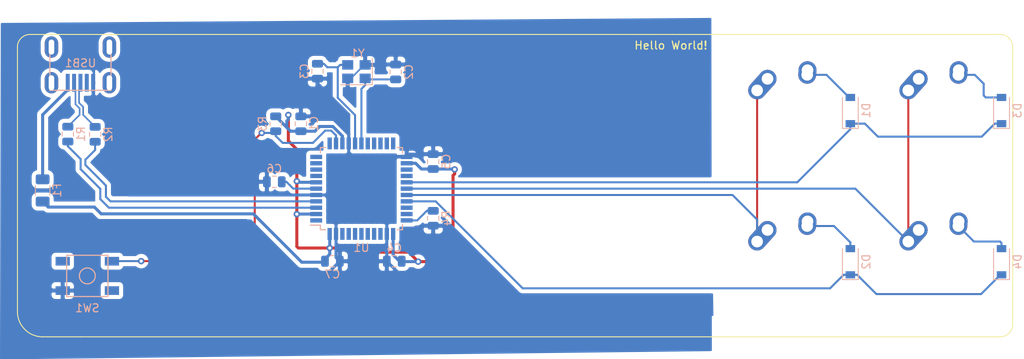
<source format=kicad_pcb>
(kicad_pcb (version 20171130) (host pcbnew 5.1.4)

  (general
    (thickness 1.6)
    (drawings 12)
    (tracks 236)
    (zones 0)
    (modules 24)
    (nets 45)
  )

  (page A4)
  (layers
    (0 F.Cu signal)
    (31 B.Cu signal)
    (32 B.Adhes user)
    (33 F.Adhes user)
    (34 B.Paste user)
    (35 F.Paste user)
    (36 B.SilkS user)
    (37 F.SilkS user)
    (38 B.Mask user)
    (39 F.Mask user)
    (40 Dwgs.User user)
    (41 Cmts.User user)
    (42 Eco1.User user)
    (43 Eco2.User user)
    (44 Edge.Cuts user)
    (45 Margin user)
    (46 B.CrtYd user)
    (47 F.CrtYd user)
    (48 B.Fab user)
    (49 F.Fab user)
  )

  (setup
    (last_trace_width 0.254)
    (trace_clearance 0.2)
    (zone_clearance 0.508)
    (zone_45_only no)
    (trace_min 0.2)
    (via_size 0.8)
    (via_drill 0.4)
    (via_min_size 0.4)
    (via_min_drill 0.3)
    (uvia_size 0.3)
    (uvia_drill 0.1)
    (uvias_allowed no)
    (uvia_min_size 0.2)
    (uvia_min_drill 0.1)
    (edge_width 0.05)
    (segment_width 0.2)
    (pcb_text_width 0.3)
    (pcb_text_size 1.5 1.5)
    (mod_edge_width 0.12)
    (mod_text_size 1 1)
    (mod_text_width 0.15)
    (pad_size 1.524 1.524)
    (pad_drill 0.762)
    (pad_to_mask_clearance 0.051)
    (solder_mask_min_width 0.25)
    (aux_axis_origin 0 0)
    (visible_elements FFFFFF7F)
    (pcbplotparams
      (layerselection 0x010fc_ffffffff)
      (usegerberextensions false)
      (usegerberattributes false)
      (usegerberadvancedattributes false)
      (creategerberjobfile false)
      (excludeedgelayer true)
      (linewidth 0.100000)
      (plotframeref false)
      (viasonmask false)
      (mode 1)
      (useauxorigin false)
      (hpglpennumber 1)
      (hpglpenspeed 20)
      (hpglpendiameter 15.000000)
      (psnegative false)
      (psa4output false)
      (plotreference true)
      (plotvalue true)
      (plotinvisibletext false)
      (padsonsilk false)
      (subtractmaskfromsilk false)
      (outputformat 1)
      (mirror false)
      (drillshape 1)
      (scaleselection 1)
      (outputdirectory ""))
  )

  (net 0 "")
  (net 1 GND)
  (net 2 +5V)
  (net 3 "Net-(C2-Pad1)")
  (net 4 "Net-(C3-Pad1)")
  (net 5 "Net-(C6-Pad1)")
  (net 6 "Net-(D1-Pad2)")
  (net 7 ROW0)
  (net 8 "Net-(D2-Pad2)")
  (net 9 ROW1)
  (net 10 "Net-(D3-Pad2)")
  (net 11 "Net-(D4-Pad2)")
  (net 12 VCC)
  (net 13 COL0)
  (net 14 COL1)
  (net 15 D-)
  (net 16 "Net-(R1-Pad1)")
  (net 17 D+)
  (net 18 "Net-(R2-Pad1)")
  (net 19 "Net-(R3-Pad2)")
  (net 20 "Net-(R4-Pad2)")
  (net 21 "Net-(U1-Pad42)")
  (net 22 "Net-(U1-Pad41)")
  (net 23 "Net-(U1-Pad40)")
  (net 24 "Net-(U1-Pad39)")
  (net 25 "Net-(U1-Pad38)")
  (net 26 "Net-(U1-Pad37)")
  (net 27 "Net-(U1-Pad36)")
  (net 28 "Net-(U1-Pad32)")
  (net 29 "Net-(U1-Pad31)")
  (net 30 "Net-(U1-Pad26)")
  (net 31 "Net-(U1-Pad25)")
  (net 32 "Net-(U1-Pad22)")
  (net 33 "Net-(U1-Pad21)")
  (net 34 "Net-(U1-Pad20)")
  (net 35 "Net-(U1-Pad19)")
  (net 36 "Net-(U1-Pad18)")
  (net 37 "Net-(U1-Pad12)")
  (net 38 "Net-(U1-Pad11)")
  (net 39 "Net-(U1-Pad10)")
  (net 40 "Net-(U1-Pad9)")
  (net 41 "Net-(U1-Pad8)")
  (net 42 "Net-(U1-Pad1)")
  (net 43 "Net-(USB1-Pad6)")
  (net 44 "Net-(USB1-Pad2)")

  (net_class Default "This is the default net class."
    (clearance 0.2)
    (trace_width 0.254)
    (via_dia 0.8)
    (via_drill 0.4)
    (uvia_dia 0.3)
    (uvia_drill 0.1)
    (add_net COL0)
    (add_net COL1)
    (add_net D+)
    (add_net D-)
    (add_net "Net-(C2-Pad1)")
    (add_net "Net-(C3-Pad1)")
    (add_net "Net-(C6-Pad1)")
    (add_net "Net-(D1-Pad2)")
    (add_net "Net-(D2-Pad2)")
    (add_net "Net-(D3-Pad2)")
    (add_net "Net-(D4-Pad2)")
    (add_net "Net-(R1-Pad1)")
    (add_net "Net-(R2-Pad1)")
    (add_net "Net-(R3-Pad2)")
    (add_net "Net-(R4-Pad2)")
    (add_net "Net-(U1-Pad1)")
    (add_net "Net-(U1-Pad10)")
    (add_net "Net-(U1-Pad11)")
    (add_net "Net-(U1-Pad12)")
    (add_net "Net-(U1-Pad18)")
    (add_net "Net-(U1-Pad19)")
    (add_net "Net-(U1-Pad20)")
    (add_net "Net-(U1-Pad21)")
    (add_net "Net-(U1-Pad22)")
    (add_net "Net-(U1-Pad25)")
    (add_net "Net-(U1-Pad26)")
    (add_net "Net-(U1-Pad31)")
    (add_net "Net-(U1-Pad32)")
    (add_net "Net-(U1-Pad36)")
    (add_net "Net-(U1-Pad37)")
    (add_net "Net-(U1-Pad38)")
    (add_net "Net-(U1-Pad39)")
    (add_net "Net-(U1-Pad40)")
    (add_net "Net-(U1-Pad41)")
    (add_net "Net-(U1-Pad42)")
    (add_net "Net-(U1-Pad8)")
    (add_net "Net-(U1-Pad9)")
    (add_net "Net-(USB1-Pad2)")
    (add_net "Net-(USB1-Pad6)")
    (add_net ROW0)
    (add_net ROW1)
  )

  (net_class Power ""
    (clearance 0.2)
    (trace_width 0.381)
    (via_dia 0.8)
    (via_drill 0.4)
    (uvia_dia 0.3)
    (uvia_drill 0.1)
    (add_net +5V)
    (add_net GND)
    (add_net VCC)
  )

  (module Diode_SMD:D_SOD-123 (layer B.Cu) (tedit 58645DC7) (tstamp 5F37B50E)
    (at 163.6903 73.0885 90)
    (descr SOD-123)
    (tags SOD-123)
    (path /5F3E8836)
    (attr smd)
    (fp_text reference D3 (at 0 2 90) (layer B.SilkS)
      (effects (font (size 1 1) (thickness 0.15)) (justify mirror))
    )
    (fp_text value SOD_123 (at 0 -2.1 90) (layer B.Fab)
      (effects (font (size 1 1) (thickness 0.15)) (justify mirror))
    )
    (fp_line (start -2.25 1) (end 1.65 1) (layer B.SilkS) (width 0.12))
    (fp_line (start -2.25 -1) (end 1.65 -1) (layer B.SilkS) (width 0.12))
    (fp_line (start -2.35 1.15) (end -2.35 -1.15) (layer B.CrtYd) (width 0.05))
    (fp_line (start 2.35 -1.15) (end -2.35 -1.15) (layer B.CrtYd) (width 0.05))
    (fp_line (start 2.35 1.15) (end 2.35 -1.15) (layer B.CrtYd) (width 0.05))
    (fp_line (start -2.35 1.15) (end 2.35 1.15) (layer B.CrtYd) (width 0.05))
    (fp_line (start -1.4 0.9) (end 1.4 0.9) (layer B.Fab) (width 0.1))
    (fp_line (start 1.4 0.9) (end 1.4 -0.9) (layer B.Fab) (width 0.1))
    (fp_line (start 1.4 -0.9) (end -1.4 -0.9) (layer B.Fab) (width 0.1))
    (fp_line (start -1.4 -0.9) (end -1.4 0.9) (layer B.Fab) (width 0.1))
    (fp_line (start -0.75 0) (end -0.35 0) (layer B.Fab) (width 0.1))
    (fp_line (start -0.35 0) (end -0.35 0.55) (layer B.Fab) (width 0.1))
    (fp_line (start -0.35 0) (end -0.35 -0.55) (layer B.Fab) (width 0.1))
    (fp_line (start -0.35 0) (end 0.25 0.4) (layer B.Fab) (width 0.1))
    (fp_line (start 0.25 0.4) (end 0.25 -0.4) (layer B.Fab) (width 0.1))
    (fp_line (start 0.25 -0.4) (end -0.35 0) (layer B.Fab) (width 0.1))
    (fp_line (start 0.25 0) (end 0.75 0) (layer B.Fab) (width 0.1))
    (fp_line (start -2.25 1) (end -2.25 -1) (layer B.SilkS) (width 0.12))
    (fp_text user %R (at 0 2 90) (layer B.Fab)
      (effects (font (size 1 1) (thickness 0.15)) (justify mirror))
    )
    (pad 2 smd rect (at 1.65 0 90) (size 0.9 1.2) (layers B.Cu B.Paste B.Mask)
      (net 10 "Net-(D3-Pad2)"))
    (pad 1 smd rect (at -1.65 0 90) (size 0.9 1.2) (layers B.Cu B.Paste B.Mask)
      (net 7 ROW0))
    (model ${KISYS3DMOD}/Diode_SMD.3dshapes/D_SOD-123.wrl
      (at (xyz 0 0 0))
      (scale (xyz 1 1 1))
      (rotate (xyz 0 0 0))
    )
  )

  (module Crystal:Crystal_SMD_3225-4Pin_3.2x2.5mm (layer B.Cu) (tedit 5A0FD1B2) (tstamp 5F37B66D)
    (at 82.4025 68.1854 180)
    (descr "SMD Crystal SERIES SMD3225/4 http://www.txccrystal.com/images/pdf/7m-accuracy.pdf, 3.2x2.5mm^2 package")
    (tags "SMD SMT crystal")
    (path /5F3AFBDC)
    (attr smd)
    (fp_text reference Y1 (at -0.1475 2.30415) (layer B.SilkS)
      (effects (font (size 1 1) (thickness 0.15)) (justify mirror))
    )
    (fp_text value Crystal_GND24_Small (at 0 -2.45) (layer B.Fab)
      (effects (font (size 1 1) (thickness 0.15)) (justify mirror))
    )
    (fp_line (start 2.1 1.7) (end -2.1 1.7) (layer B.CrtYd) (width 0.05))
    (fp_line (start 2.1 -1.7) (end 2.1 1.7) (layer B.CrtYd) (width 0.05))
    (fp_line (start -2.1 -1.7) (end 2.1 -1.7) (layer B.CrtYd) (width 0.05))
    (fp_line (start -2.1 1.7) (end -2.1 -1.7) (layer B.CrtYd) (width 0.05))
    (fp_line (start -2 -1.65) (end 2 -1.65) (layer B.SilkS) (width 0.12))
    (fp_line (start -2 1.65) (end -2 -1.65) (layer B.SilkS) (width 0.12))
    (fp_line (start -1.6 -0.25) (end -0.6 -1.25) (layer B.Fab) (width 0.1))
    (fp_line (start 1.6 1.25) (end -1.6 1.25) (layer B.Fab) (width 0.1))
    (fp_line (start 1.6 -1.25) (end 1.6 1.25) (layer B.Fab) (width 0.1))
    (fp_line (start -1.6 -1.25) (end 1.6 -1.25) (layer B.Fab) (width 0.1))
    (fp_line (start -1.6 1.25) (end -1.6 -1.25) (layer B.Fab) (width 0.1))
    (fp_text user %R (at -0.5637 0.0626) (layer B.Fab)
      (effects (font (size 0.7 0.7) (thickness 0.105)) (justify mirror))
    )
    (pad 4 smd rect (at -1.1 0.85 180) (size 1.4 1.2) (layers B.Cu B.Paste B.Mask)
      (net 1 GND))
    (pad 3 smd rect (at 1.1 0.85 180) (size 1.4 1.2) (layers B.Cu B.Paste B.Mask)
      (net 4 "Net-(C3-Pad1)"))
    (pad 2 smd rect (at 1.1 -0.85 180) (size 1.4 1.2) (layers B.Cu B.Paste B.Mask)
      (net 1 GND))
    (pad 1 smd rect (at -1.1 -0.85 180) (size 1.4 1.2) (layers B.Cu B.Paste B.Mask)
      (net 3 "Net-(C2-Pad1)"))
    (model ${KISYS3DMOD}/Crystal.3dshapes/Crystal_SMD_3225-4Pin_3.2x2.5mm.wrl
      (at (xyz 0 0 0))
      (scale (xyz 1 1 1))
      (rotate (xyz 0 0 0))
    )
  )

  (module random-keyboard-parts:Molex-0548190589 (layer B.Cu) (tedit 5C494815) (tstamp 5F37B659)
    (at 47.625 65.0875 270)
    (path /5F3CA75D)
    (attr smd)
    (fp_text reference USB1 (at 2.032 0) (layer B.SilkS)
      (effects (font (size 1 1) (thickness 0.15)) (justify mirror))
    )
    (fp_text value Molex-0548190589 (at -5.08 0) (layer Dwgs.User)
      (effects (font (size 1 1) (thickness 0.15)))
    )
    (fp_text user %R (at 2 0) (layer B.CrtYd)
      (effects (font (size 1 1) (thickness 0.15)) (justify mirror))
    )
    (fp_line (start 3.25 1.25) (end 5.5 1.25) (layer B.CrtYd) (width 0.15))
    (fp_line (start 5.5 0.5) (end 3.25 0.5) (layer B.CrtYd) (width 0.15))
    (fp_line (start 3.25 -0.5) (end 5.5 -0.5) (layer B.CrtYd) (width 0.15))
    (fp_line (start 5.5 -1.25) (end 3.25 -1.25) (layer B.CrtYd) (width 0.15))
    (fp_line (start 3.25 -2) (end 5.5 -2) (layer B.CrtYd) (width 0.15))
    (fp_line (start 3.25 2) (end 3.25 -2) (layer B.CrtYd) (width 0.15))
    (fp_line (start 5.5 2) (end 3.25 2) (layer B.CrtYd) (width 0.15))
    (fp_line (start -3.75 -3.75) (end -3.75 3.75) (layer B.CrtYd) (width 0.15))
    (fp_line (start 5.5 -3.75) (end -3.75 -3.75) (layer B.CrtYd) (width 0.15))
    (fp_line (start 5.5 3.75) (end 5.5 -3.75) (layer B.CrtYd) (width 0.15))
    (fp_line (start -3.75 3.75) (end 5.5 3.75) (layer B.CrtYd) (width 0.15))
    (fp_line (start 0 3.85) (end 5.45 3.85) (layer B.SilkS) (width 0.15))
    (fp_line (start 0 -3.85) (end 5.45 -3.85) (layer B.SilkS) (width 0.15))
    (fp_line (start 5.45 3.85) (end 5.45 -3.85) (layer B.SilkS) (width 0.15))
    (fp_line (start -3.75 3.85) (end 0 3.85) (layer Dwgs.User) (width 0.15))
    (fp_line (start -3.75 -3.85) (end 0 -3.85) (layer Dwgs.User) (width 0.15))
    (fp_line (start -1.75 4.572) (end -1.75 -4.572) (layer Dwgs.User) (width 0.15))
    (fp_line (start -3.75 3.85) (end -3.75 -3.85) (layer Dwgs.User) (width 0.15))
    (pad 6 thru_hole oval (at 0 3.65 270) (size 2.7 1.7) (drill oval 1.9 0.7) (layers *.Cu *.Mask)
      (net 43 "Net-(USB1-Pad6)"))
    (pad 6 thru_hole oval (at 0 -3.65 270) (size 2.7 1.7) (drill oval 1.9 0.7) (layers *.Cu *.Mask)
      (net 43 "Net-(USB1-Pad6)"))
    (pad 6 thru_hole oval (at 4.5 -3.65 270) (size 2.7 1.7) (drill oval 1.9 0.7) (layers *.Cu *.Mask)
      (net 43 "Net-(USB1-Pad6)"))
    (pad 6 thru_hole oval (at 4.5 3.65 270) (size 2.7 1.7) (drill oval 1.9 0.7) (layers *.Cu *.Mask)
      (net 43 "Net-(USB1-Pad6)"))
    (pad 5 smd rect (at 4.5 1.6 270) (size 2.25 0.5) (layers B.Cu B.Paste B.Mask)
      (net 12 VCC))
    (pad 4 smd rect (at 4.5 0.8 270) (size 2.25 0.5) (layers B.Cu B.Paste B.Mask)
      (net 15 D-))
    (pad 3 smd rect (at 4.5 0 270) (size 2.25 0.5) (layers B.Cu B.Paste B.Mask)
      (net 17 D+))
    (pad 2 smd rect (at 4.5 -0.8 270) (size 2.25 0.5) (layers B.Cu B.Paste B.Mask)
      (net 44 "Net-(USB1-Pad2)"))
    (pad 1 smd rect (at 4.5 -1.6 270) (size 2.25 0.5) (layers B.Cu B.Paste B.Mask)
      (net 1 GND))
  )

  (module Package_QFP:TQFP-44_10x10mm_P0.8mm (layer B.Cu) (tedit 5A02F146) (tstamp 5F37B639)
    (at 83.0326 82.931)
    (descr "44-Lead Plastic Thin Quad Flatpack (PT) - 10x10x1.0 mm Body [TQFP] (see Microchip Packaging Specification 00000049BS.pdf)")
    (tags "QFP 0.8")
    (path /5F375364)
    (attr smd)
    (fp_text reference U1 (at 0 7.45) (layer B.SilkS)
      (effects (font (size 1 1) (thickness 0.15)) (justify mirror))
    )
    (fp_text value ATmega32U4-AU (at 0 -7.45) (layer B.Fab)
      (effects (font (size 1 1) (thickness 0.15)) (justify mirror))
    )
    (fp_line (start -5.175 4.6) (end -6.45 4.6) (layer B.SilkS) (width 0.15))
    (fp_line (start 5.175 5.175) (end 4.5 5.175) (layer B.SilkS) (width 0.15))
    (fp_line (start 5.175 -5.175) (end 4.5 -5.175) (layer B.SilkS) (width 0.15))
    (fp_line (start -5.175 -5.175) (end -4.5 -5.175) (layer B.SilkS) (width 0.15))
    (fp_line (start -5.175 5.175) (end -4.5 5.175) (layer B.SilkS) (width 0.15))
    (fp_line (start -5.175 -5.175) (end -5.175 -4.5) (layer B.SilkS) (width 0.15))
    (fp_line (start 5.175 -5.175) (end 5.175 -4.5) (layer B.SilkS) (width 0.15))
    (fp_line (start 5.175 5.175) (end 5.175 4.5) (layer B.SilkS) (width 0.15))
    (fp_line (start -5.175 5.175) (end -5.175 4.6) (layer B.SilkS) (width 0.15))
    (fp_line (start -6.7 -6.7) (end 6.7 -6.7) (layer B.CrtYd) (width 0.05))
    (fp_line (start -6.7 6.7) (end 6.7 6.7) (layer B.CrtYd) (width 0.05))
    (fp_line (start 6.7 6.7) (end 6.7 -6.7) (layer B.CrtYd) (width 0.05))
    (fp_line (start -6.7 6.7) (end -6.7 -6.7) (layer B.CrtYd) (width 0.05))
    (fp_line (start -5 4) (end -4 5) (layer B.Fab) (width 0.15))
    (fp_line (start -5 -5) (end -5 4) (layer B.Fab) (width 0.15))
    (fp_line (start 5 -5) (end -5 -5) (layer B.Fab) (width 0.15))
    (fp_line (start 5 5) (end 5 -5) (layer B.Fab) (width 0.15))
    (fp_line (start -4 5) (end 5 5) (layer B.Fab) (width 0.15))
    (fp_text user %R (at 0 0) (layer B.Fab)
      (effects (font (size 1 1) (thickness 0.15)) (justify mirror))
    )
    (pad 44 smd rect (at -4 5.7 270) (size 1.5 0.55) (layers B.Cu B.Paste B.Mask)
      (net 2 +5V))
    (pad 43 smd rect (at -3.2 5.7 270) (size 1.5 0.55) (layers B.Cu B.Paste B.Mask)
      (net 1 GND))
    (pad 42 smd rect (at -2.4 5.7 270) (size 1.5 0.55) (layers B.Cu B.Paste B.Mask)
      (net 21 "Net-(U1-Pad42)"))
    (pad 41 smd rect (at -1.6 5.7 270) (size 1.5 0.55) (layers B.Cu B.Paste B.Mask)
      (net 22 "Net-(U1-Pad41)"))
    (pad 40 smd rect (at -0.8 5.7 270) (size 1.5 0.55) (layers B.Cu B.Paste B.Mask)
      (net 23 "Net-(U1-Pad40)"))
    (pad 39 smd rect (at 0 5.7 270) (size 1.5 0.55) (layers B.Cu B.Paste B.Mask)
      (net 24 "Net-(U1-Pad39)"))
    (pad 38 smd rect (at 0.8 5.7 270) (size 1.5 0.55) (layers B.Cu B.Paste B.Mask)
      (net 25 "Net-(U1-Pad38)"))
    (pad 37 smd rect (at 1.6 5.7 270) (size 1.5 0.55) (layers B.Cu B.Paste B.Mask)
      (net 26 "Net-(U1-Pad37)"))
    (pad 36 smd rect (at 2.4 5.7 270) (size 1.5 0.55) (layers B.Cu B.Paste B.Mask)
      (net 27 "Net-(U1-Pad36)"))
    (pad 35 smd rect (at 3.2 5.7 270) (size 1.5 0.55) (layers B.Cu B.Paste B.Mask)
      (net 1 GND))
    (pad 34 smd rect (at 4 5.7 270) (size 1.5 0.55) (layers B.Cu B.Paste B.Mask)
      (net 2 +5V))
    (pad 33 smd rect (at 5.7 4) (size 1.5 0.55) (layers B.Cu B.Paste B.Mask)
      (net 20 "Net-(R4-Pad2)"))
    (pad 32 smd rect (at 5.7 3.2) (size 1.5 0.55) (layers B.Cu B.Paste B.Mask)
      (net 28 "Net-(U1-Pad32)"))
    (pad 31 smd rect (at 5.7 2.4) (size 1.5 0.55) (layers B.Cu B.Paste B.Mask)
      (net 29 "Net-(U1-Pad31)"))
    (pad 30 smd rect (at 5.7 1.6) (size 1.5 0.55) (layers B.Cu B.Paste B.Mask)
      (net 9 ROW1))
    (pad 29 smd rect (at 5.7 0.8) (size 1.5 0.55) (layers B.Cu B.Paste B.Mask)
      (net 13 COL0))
    (pad 28 smd rect (at 5.7 0) (size 1.5 0.55) (layers B.Cu B.Paste B.Mask)
      (net 14 COL1))
    (pad 27 smd rect (at 5.7 -0.8) (size 1.5 0.55) (layers B.Cu B.Paste B.Mask)
      (net 7 ROW0))
    (pad 26 smd rect (at 5.7 -1.6) (size 1.5 0.55) (layers B.Cu B.Paste B.Mask)
      (net 30 "Net-(U1-Pad26)"))
    (pad 25 smd rect (at 5.7 -2.4) (size 1.5 0.55) (layers B.Cu B.Paste B.Mask)
      (net 31 "Net-(U1-Pad25)"))
    (pad 24 smd rect (at 5.7 -3.2) (size 1.5 0.55) (layers B.Cu B.Paste B.Mask)
      (net 2 +5V))
    (pad 23 smd rect (at 5.7 -4) (size 1.5 0.55) (layers B.Cu B.Paste B.Mask)
      (net 1 GND))
    (pad 22 smd rect (at 4 -5.7 270) (size 1.5 0.55) (layers B.Cu B.Paste B.Mask)
      (net 32 "Net-(U1-Pad22)"))
    (pad 21 smd rect (at 3.2 -5.7 270) (size 1.5 0.55) (layers B.Cu B.Paste B.Mask)
      (net 33 "Net-(U1-Pad21)"))
    (pad 20 smd rect (at 2.4 -5.7 270) (size 1.5 0.55) (layers B.Cu B.Paste B.Mask)
      (net 34 "Net-(U1-Pad20)"))
    (pad 19 smd rect (at 1.6 -5.7 270) (size 1.5 0.55) (layers B.Cu B.Paste B.Mask)
      (net 35 "Net-(U1-Pad19)"))
    (pad 18 smd rect (at 0.8 -5.7 270) (size 1.5 0.55) (layers B.Cu B.Paste B.Mask)
      (net 36 "Net-(U1-Pad18)"))
    (pad 17 smd rect (at 0 -5.7 270) (size 1.5 0.55) (layers B.Cu B.Paste B.Mask)
      (net 3 "Net-(C2-Pad1)"))
    (pad 16 smd rect (at -0.8 -5.7 270) (size 1.5 0.55) (layers B.Cu B.Paste B.Mask)
      (net 4 "Net-(C3-Pad1)"))
    (pad 15 smd rect (at -1.6 -5.7 270) (size 1.5 0.55) (layers B.Cu B.Paste B.Mask)
      (net 1 GND))
    (pad 14 smd rect (at -2.4 -5.7 270) (size 1.5 0.55) (layers B.Cu B.Paste B.Mask)
      (net 2 +5V))
    (pad 13 smd rect (at -3.2 -5.7 270) (size 1.5 0.55) (layers B.Cu B.Paste B.Mask)
      (net 19 "Net-(R3-Pad2)"))
    (pad 12 smd rect (at -4 -5.7 270) (size 1.5 0.55) (layers B.Cu B.Paste B.Mask)
      (net 37 "Net-(U1-Pad12)"))
    (pad 11 smd rect (at -5.7 -4) (size 1.5 0.55) (layers B.Cu B.Paste B.Mask)
      (net 38 "Net-(U1-Pad11)"))
    (pad 10 smd rect (at -5.7 -3.2) (size 1.5 0.55) (layers B.Cu B.Paste B.Mask)
      (net 39 "Net-(U1-Pad10)"))
    (pad 9 smd rect (at -5.7 -2.4) (size 1.5 0.55) (layers B.Cu B.Paste B.Mask)
      (net 40 "Net-(U1-Pad9)"))
    (pad 8 smd rect (at -5.7 -1.6) (size 1.5 0.55) (layers B.Cu B.Paste B.Mask)
      (net 41 "Net-(U1-Pad8)"))
    (pad 7 smd rect (at -5.7 -0.8) (size 1.5 0.55) (layers B.Cu B.Paste B.Mask)
      (net 2 +5V))
    (pad 6 smd rect (at -5.7 0) (size 1.5 0.55) (layers B.Cu B.Paste B.Mask)
      (net 5 "Net-(C6-Pad1)"))
    (pad 5 smd rect (at -5.7 0.8) (size 1.5 0.55) (layers B.Cu B.Paste B.Mask)
      (net 1 GND))
    (pad 4 smd rect (at -5.7 1.6) (size 1.5 0.55) (layers B.Cu B.Paste B.Mask)
      (net 18 "Net-(R2-Pad1)"))
    (pad 3 smd rect (at -5.7 2.4) (size 1.5 0.55) (layers B.Cu B.Paste B.Mask)
      (net 16 "Net-(R1-Pad1)"))
    (pad 2 smd rect (at -5.7 3.2) (size 1.5 0.55) (layers B.Cu B.Paste B.Mask)
      (net 2 +5V))
    (pad 1 smd rect (at -5.7 4) (size 1.5 0.55) (layers B.Cu B.Paste B.Mask)
      (net 42 "Net-(U1-Pad1)"))
    (model ${KISYS3DMOD}/Package_QFP.3dshapes/TQFP-44_10x10mm_P0.8mm.wrl
      (at (xyz 0 0 0))
      (scale (xyz 1 1 1))
      (rotate (xyz 0 0 0))
    )
  )

  (module random-keyboard-parts:SKQG-1155865 (layer B.Cu) (tedit 5E62B398) (tstamp 5F37B5F6)
    (at 48.49375 93.925 180)
    (path /5F3BADD9)
    (attr smd)
    (fp_text reference SW1 (at 0 -4.064) (layer B.SilkS)
      (effects (font (size 1 1) (thickness 0.15)) (justify mirror))
    )
    (fp_text value SW_Push (at 0 4.064) (layer B.Fab)
      (effects (font (size 1 1) (thickness 0.15)) (justify mirror))
    )
    (fp_line (start -2.6 2.6) (end 2.6 2.6) (layer B.SilkS) (width 0.15))
    (fp_line (start 2.6 2.6) (end 2.6 -2.6) (layer B.SilkS) (width 0.15))
    (fp_line (start 2.6 -2.6) (end -2.6 -2.6) (layer B.SilkS) (width 0.15))
    (fp_line (start -2.6 -2.6) (end -2.6 2.6) (layer B.SilkS) (width 0.15))
    (fp_circle (center 0 0) (end 1 0) (layer B.SilkS) (width 0.15))
    (fp_line (start -4.2 2.6) (end 4.2 2.6) (layer B.Fab) (width 0.15))
    (fp_line (start 4.2 2.6) (end 4.2 1.2) (layer B.Fab) (width 0.15))
    (fp_line (start 4.2 1.1) (end 2.6 1.1) (layer B.Fab) (width 0.15))
    (fp_line (start 2.6 1.1) (end 2.6 -1.1) (layer B.Fab) (width 0.15))
    (fp_line (start 2.6 -1.1) (end 4.2 -1.1) (layer B.Fab) (width 0.15))
    (fp_line (start 4.2 -1.1) (end 4.2 -2.6) (layer B.Fab) (width 0.15))
    (fp_line (start 4.2 -2.6) (end -4.2 -2.6) (layer B.Fab) (width 0.15))
    (fp_line (start -4.2 -2.6) (end -4.2 -1.1) (layer B.Fab) (width 0.15))
    (fp_line (start -4.2 -1.1) (end -2.6 -1.1) (layer B.Fab) (width 0.15))
    (fp_line (start -2.6 -1.1) (end -2.6 1.1) (layer B.Fab) (width 0.15))
    (fp_line (start -2.6 1.1) (end -4.2 1.1) (layer B.Fab) (width 0.15))
    (fp_line (start -4.2 1.1) (end -4.2 2.6) (layer B.Fab) (width 0.15))
    (fp_circle (center 0 0) (end 1 0) (layer B.Fab) (width 0.15))
    (fp_line (start -2.6 1.1) (end -1.1 2.6) (layer B.Fab) (width 0.15))
    (fp_line (start 2.6 1.1) (end 1.1 2.6) (layer B.Fab) (width 0.15))
    (fp_line (start 2.6 -1.1) (end 1.1 -2.6) (layer B.Fab) (width 0.15))
    (fp_line (start -2.6 -1.1) (end -1.1 -2.6) (layer B.Fab) (width 0.15))
    (pad 4 smd rect (at -3.1 -1.85 180) (size 1.8 1.1) (layers B.Cu B.Paste B.Mask))
    (pad 3 smd rect (at 3.1 1.85 180) (size 1.8 1.1) (layers B.Cu B.Paste B.Mask))
    (pad 2 smd rect (at -3.1 1.85 180) (size 1.8 1.1) (layers B.Cu B.Paste B.Mask)
      (net 19 "Net-(R3-Pad2)"))
    (pad 1 smd rect (at 3.1 -1.85 180) (size 1.8 1.1) (layers B.Cu B.Paste B.Mask)
      (net 1 GND))
    (model ${KISYS3DMOD}/Button_Switch_SMD.3dshapes/SW_SPST_TL3342.step
      (at (xyz 0 0 0))
      (scale (xyz 1 1 1))
      (rotate (xyz 0 0 0))
    )
  )

  (module Resistor_SMD:R_0805_2012Metric (layer B.Cu) (tedit 5B36C52B) (tstamp 5F37B5D8)
    (at 92.075 86.6625 90)
    (descr "Resistor SMD 0805 (2012 Metric), square (rectangular) end terminal, IPC_7351 nominal, (Body size source: https://docs.google.com/spreadsheets/d/1BsfQQcO9C6DZCsRaXUlFlo91Tg2WpOkGARC1WS5S8t0/edit?usp=sharing), generated with kicad-footprint-generator")
    (tags resistor)
    (path /5F3812B8)
    (attr smd)
    (fp_text reference R4 (at 0 1.65 90) (layer B.SilkS)
      (effects (font (size 1 1) (thickness 0.15)) (justify mirror))
    )
    (fp_text value 10k (at 0 -1.65 90) (layer B.Fab)
      (effects (font (size 1 1) (thickness 0.15)) (justify mirror))
    )
    (fp_text user %R (at 0 0 90) (layer B.Fab)
      (effects (font (size 0.5 0.5) (thickness 0.08)) (justify mirror))
    )
    (fp_line (start 1.68 -0.95) (end -1.68 -0.95) (layer B.CrtYd) (width 0.05))
    (fp_line (start 1.68 0.95) (end 1.68 -0.95) (layer B.CrtYd) (width 0.05))
    (fp_line (start -1.68 0.95) (end 1.68 0.95) (layer B.CrtYd) (width 0.05))
    (fp_line (start -1.68 -0.95) (end -1.68 0.95) (layer B.CrtYd) (width 0.05))
    (fp_line (start -0.258578 -0.71) (end 0.258578 -0.71) (layer B.SilkS) (width 0.12))
    (fp_line (start -0.258578 0.71) (end 0.258578 0.71) (layer B.SilkS) (width 0.12))
    (fp_line (start 1 -0.6) (end -1 -0.6) (layer B.Fab) (width 0.1))
    (fp_line (start 1 0.6) (end 1 -0.6) (layer B.Fab) (width 0.1))
    (fp_line (start -1 0.6) (end 1 0.6) (layer B.Fab) (width 0.1))
    (fp_line (start -1 -0.6) (end -1 0.6) (layer B.Fab) (width 0.1))
    (pad 2 smd roundrect (at 0.9375 0 90) (size 0.975 1.4) (layers B.Cu B.Paste B.Mask) (roundrect_rratio 0.25)
      (net 20 "Net-(R4-Pad2)"))
    (pad 1 smd roundrect (at -0.9375 0 90) (size 0.975 1.4) (layers B.Cu B.Paste B.Mask) (roundrect_rratio 0.25)
      (net 1 GND))
    (model ${KISYS3DMOD}/Resistor_SMD.3dshapes/R_0805_2012Metric.wrl
      (at (xyz 0 0 0))
      (scale (xyz 1 1 1))
      (rotate (xyz 0 0 0))
    )
  )

  (module Resistor_SMD:R_0805_2012Metric (layer B.Cu) (tedit 5B36C52B) (tstamp 5F37B5C7)
    (at 72.23125 74.75625 270)
    (descr "Resistor SMD 0805 (2012 Metric), square (rectangular) end terminal, IPC_7351 nominal, (Body size source: https://docs.google.com/spreadsheets/d/1BsfQQcO9C6DZCsRaXUlFlo91Tg2WpOkGARC1WS5S8t0/edit?usp=sharing), generated with kicad-footprint-generator")
    (tags resistor)
    (path /5F3BE412)
    (attr smd)
    (fp_text reference R3 (at 0 1.65 90) (layer B.SilkS)
      (effects (font (size 1 1) (thickness 0.15)) (justify mirror))
    )
    (fp_text value 10k (at 0 -1.65 90) (layer B.Fab)
      (effects (font (size 1 1) (thickness 0.15)) (justify mirror))
    )
    (fp_text user %R (at 0 0 90) (layer B.Fab)
      (effects (font (size 0.5 0.5) (thickness 0.08)) (justify mirror))
    )
    (fp_line (start 1.68 -0.95) (end -1.68 -0.95) (layer B.CrtYd) (width 0.05))
    (fp_line (start 1.68 0.95) (end 1.68 -0.95) (layer B.CrtYd) (width 0.05))
    (fp_line (start -1.68 0.95) (end 1.68 0.95) (layer B.CrtYd) (width 0.05))
    (fp_line (start -1.68 -0.95) (end -1.68 0.95) (layer B.CrtYd) (width 0.05))
    (fp_line (start -0.258578 -0.71) (end 0.258578 -0.71) (layer B.SilkS) (width 0.12))
    (fp_line (start -0.258578 0.71) (end 0.258578 0.71) (layer B.SilkS) (width 0.12))
    (fp_line (start 1 -0.6) (end -1 -0.6) (layer B.Fab) (width 0.1))
    (fp_line (start 1 0.6) (end 1 -0.6) (layer B.Fab) (width 0.1))
    (fp_line (start -1 0.6) (end 1 0.6) (layer B.Fab) (width 0.1))
    (fp_line (start -1 -0.6) (end -1 0.6) (layer B.Fab) (width 0.1))
    (pad 2 smd roundrect (at 0.9375 0 270) (size 0.975 1.4) (layers B.Cu B.Paste B.Mask) (roundrect_rratio 0.25)
      (net 19 "Net-(R3-Pad2)"))
    (pad 1 smd roundrect (at -0.9375 0 270) (size 0.975 1.4) (layers B.Cu B.Paste B.Mask) (roundrect_rratio 0.25)
      (net 2 +5V))
    (model ${KISYS3DMOD}/Resistor_SMD.3dshapes/R_0805_2012Metric.wrl
      (at (xyz 0 0 0))
      (scale (xyz 1 1 1))
      (rotate (xyz 0 0 0))
    )
  )

  (module Resistor_SMD:R_0805_2012Metric (layer B.Cu) (tedit 5B36C52B) (tstamp 5F37B5B6)
    (at 49.4792 76.0834 90)
    (descr "Resistor SMD 0805 (2012 Metric), square (rectangular) end terminal, IPC_7351 nominal, (Body size source: https://docs.google.com/spreadsheets/d/1BsfQQcO9C6DZCsRaXUlFlo91Tg2WpOkGARC1WS5S8t0/edit?usp=sharing), generated with kicad-footprint-generator")
    (tags resistor)
    (path /5F384EB3)
    (attr smd)
    (fp_text reference R2 (at 0 1.65 90) (layer B.SilkS)
      (effects (font (size 1 1) (thickness 0.15)) (justify mirror))
    )
    (fp_text value 22 (at 0 -1.65 90) (layer B.Fab)
      (effects (font (size 1 1) (thickness 0.15)) (justify mirror))
    )
    (fp_text user %R (at 0 0 90) (layer B.Fab)
      (effects (font (size 0.5 0.5) (thickness 0.08)) (justify mirror))
    )
    (fp_line (start 1.68 -0.95) (end -1.68 -0.95) (layer B.CrtYd) (width 0.05))
    (fp_line (start 1.68 0.95) (end 1.68 -0.95) (layer B.CrtYd) (width 0.05))
    (fp_line (start -1.68 0.95) (end 1.68 0.95) (layer B.CrtYd) (width 0.05))
    (fp_line (start -1.68 -0.95) (end -1.68 0.95) (layer B.CrtYd) (width 0.05))
    (fp_line (start -0.258578 -0.71) (end 0.258578 -0.71) (layer B.SilkS) (width 0.12))
    (fp_line (start -0.258578 0.71) (end 0.258578 0.71) (layer B.SilkS) (width 0.12))
    (fp_line (start 1 -0.6) (end -1 -0.6) (layer B.Fab) (width 0.1))
    (fp_line (start 1 0.6) (end 1 -0.6) (layer B.Fab) (width 0.1))
    (fp_line (start -1 0.6) (end 1 0.6) (layer B.Fab) (width 0.1))
    (fp_line (start -1 -0.6) (end -1 0.6) (layer B.Fab) (width 0.1))
    (pad 2 smd roundrect (at 0.9375 0 90) (size 0.975 1.4) (layers B.Cu B.Paste B.Mask) (roundrect_rratio 0.25)
      (net 17 D+))
    (pad 1 smd roundrect (at -0.9375 0 90) (size 0.975 1.4) (layers B.Cu B.Paste B.Mask) (roundrect_rratio 0.25)
      (net 18 "Net-(R2-Pad1)"))
    (model ${KISYS3DMOD}/Resistor_SMD.3dshapes/R_0805_2012Metric.wrl
      (at (xyz 0 0 0))
      (scale (xyz 1 1 1))
      (rotate (xyz 0 0 0))
    )
  )

  (module Resistor_SMD:R_0805_2012Metric (layer B.Cu) (tedit 5B36C52B) (tstamp 5F37B5A5)
    (at 46.0375 76.05625 90)
    (descr "Resistor SMD 0805 (2012 Metric), square (rectangular) end terminal, IPC_7351 nominal, (Body size source: https://docs.google.com/spreadsheets/d/1BsfQQcO9C6DZCsRaXUlFlo91Tg2WpOkGARC1WS5S8t0/edit?usp=sharing), generated with kicad-footprint-generator")
    (tags resistor)
    (path /5F385F23)
    (attr smd)
    (fp_text reference R1 (at 0 1.65 270) (layer B.SilkS)
      (effects (font (size 1 1) (thickness 0.15)) (justify mirror))
    )
    (fp_text value 22 (at 0 -1.65 270) (layer B.Fab)
      (effects (font (size 1 1) (thickness 0.15)) (justify mirror))
    )
    (fp_text user %R (at 0 0 270) (layer B.Fab)
      (effects (font (size 0.5 0.5) (thickness 0.08)) (justify mirror))
    )
    (fp_line (start 1.68 -0.95) (end -1.68 -0.95) (layer B.CrtYd) (width 0.05))
    (fp_line (start 1.68 0.95) (end 1.68 -0.95) (layer B.CrtYd) (width 0.05))
    (fp_line (start -1.68 0.95) (end 1.68 0.95) (layer B.CrtYd) (width 0.05))
    (fp_line (start -1.68 -0.95) (end -1.68 0.95) (layer B.CrtYd) (width 0.05))
    (fp_line (start -0.258578 -0.71) (end 0.258578 -0.71) (layer B.SilkS) (width 0.12))
    (fp_line (start -0.258578 0.71) (end 0.258578 0.71) (layer B.SilkS) (width 0.12))
    (fp_line (start 1 -0.6) (end -1 -0.6) (layer B.Fab) (width 0.1))
    (fp_line (start 1 0.6) (end 1 -0.6) (layer B.Fab) (width 0.1))
    (fp_line (start -1 0.6) (end 1 0.6) (layer B.Fab) (width 0.1))
    (fp_line (start -1 -0.6) (end -1 0.6) (layer B.Fab) (width 0.1))
    (pad 2 smd roundrect (at 0.9375 0 90) (size 0.975 1.4) (layers B.Cu B.Paste B.Mask) (roundrect_rratio 0.25)
      (net 15 D-))
    (pad 1 smd roundrect (at -0.9375 0 90) (size 0.975 1.4) (layers B.Cu B.Paste B.Mask) (roundrect_rratio 0.25)
      (net 16 "Net-(R1-Pad1)"))
    (model ${KISYS3DMOD}/Resistor_SMD.3dshapes/R_0805_2012Metric.wrl
      (at (xyz 0 0 0))
      (scale (xyz 1 1 1))
      (rotate (xyz 0 0 0))
    )
  )

  (module MX_Alps_Hybrid:MX-1U-NoLED (layer F.Cu) (tedit 5A9F5203) (tstamp 5F37B594)
    (at 155.7528 92.1385)
    (path /5F3F71D4)
    (fp_text reference MX4 (at 0 3.175) (layer Dwgs.User)
      (effects (font (size 1 1) (thickness 0.15)))
    )
    (fp_text value MX-NoLED (at 0 -7.9375) (layer Dwgs.User)
      (effects (font (size 1 1) (thickness 0.15)))
    )
    (fp_line (start -9.525 9.525) (end -9.525 -9.525) (layer Dwgs.User) (width 0.15))
    (fp_line (start 9.525 9.525) (end -9.525 9.525) (layer Dwgs.User) (width 0.15))
    (fp_line (start 9.525 -9.525) (end 9.525 9.525) (layer Dwgs.User) (width 0.15))
    (fp_line (start -9.525 -9.525) (end 9.525 -9.525) (layer Dwgs.User) (width 0.15))
    (fp_line (start -7 -7) (end -7 -5) (layer Dwgs.User) (width 0.15))
    (fp_line (start -5 -7) (end -7 -7) (layer Dwgs.User) (width 0.15))
    (fp_line (start -7 7) (end -5 7) (layer Dwgs.User) (width 0.15))
    (fp_line (start -7 5) (end -7 7) (layer Dwgs.User) (width 0.15))
    (fp_line (start 7 7) (end 7 5) (layer Dwgs.User) (width 0.15))
    (fp_line (start 5 7) (end 7 7) (layer Dwgs.User) (width 0.15))
    (fp_line (start 7 -7) (end 7 -5) (layer Dwgs.User) (width 0.15))
    (fp_line (start 5 -7) (end 7 -7) (layer Dwgs.User) (width 0.15))
    (pad "" np_thru_hole circle (at 5.08 0 48.0996) (size 1.75 1.75) (drill 1.75) (layers *.Cu *.Mask))
    (pad "" np_thru_hole circle (at -5.08 0 48.0996) (size 1.75 1.75) (drill 1.75) (layers *.Cu *.Mask))
    (pad 1 thru_hole circle (at -2.5 -4) (size 2.25 2.25) (drill 1.47) (layers *.Cu B.Mask)
      (net 14 COL1))
    (pad "" np_thru_hole circle (at 0 0) (size 3.9878 3.9878) (drill 3.9878) (layers *.Cu *.Mask))
    (pad 1 thru_hole oval (at -3.81 -2.54 48.0996) (size 4.211556 2.25) (drill 1.47 (offset 0.980778 0)) (layers *.Cu B.Mask)
      (net 14 COL1))
    (pad 2 thru_hole circle (at 2.54 -5.08) (size 2.25 2.25) (drill 1.47) (layers *.Cu B.Mask)
      (net 11 "Net-(D4-Pad2)"))
    (pad 2 thru_hole oval (at 2.5 -4.5 86.0548) (size 2.831378 2.25) (drill 1.47 (offset 0.290689 0)) (layers *.Cu B.Mask)
      (net 11 "Net-(D4-Pad2)"))
  )

  (module MX_Alps_Hybrid:MX-1U-NoLED (layer F.Cu) (tedit 5A9F5203) (tstamp 5F37B57D)
    (at 155.7528 73.0885)
    (path /5F3E828C)
    (fp_text reference MX3 (at 0 3.175) (layer Dwgs.User)
      (effects (font (size 1 1) (thickness 0.15)))
    )
    (fp_text value MX-NoLED (at 0 -7.9375) (layer Dwgs.User)
      (effects (font (size 1 1) (thickness 0.15)))
    )
    (fp_line (start -9.525 9.525) (end -9.525 -9.525) (layer Dwgs.User) (width 0.15))
    (fp_line (start 9.525 9.525) (end -9.525 9.525) (layer Dwgs.User) (width 0.15))
    (fp_line (start 9.525 -9.525) (end 9.525 9.525) (layer Dwgs.User) (width 0.15))
    (fp_line (start -9.525 -9.525) (end 9.525 -9.525) (layer Dwgs.User) (width 0.15))
    (fp_line (start -7 -7) (end -7 -5) (layer Dwgs.User) (width 0.15))
    (fp_line (start -5 -7) (end -7 -7) (layer Dwgs.User) (width 0.15))
    (fp_line (start -7 7) (end -5 7) (layer Dwgs.User) (width 0.15))
    (fp_line (start -7 5) (end -7 7) (layer Dwgs.User) (width 0.15))
    (fp_line (start 7 7) (end 7 5) (layer Dwgs.User) (width 0.15))
    (fp_line (start 5 7) (end 7 7) (layer Dwgs.User) (width 0.15))
    (fp_line (start 7 -7) (end 7 -5) (layer Dwgs.User) (width 0.15))
    (fp_line (start 5 -7) (end 7 -7) (layer Dwgs.User) (width 0.15))
    (pad "" np_thru_hole circle (at 5.08 0 48.0996) (size 1.75 1.75) (drill 1.75) (layers *.Cu *.Mask))
    (pad "" np_thru_hole circle (at -5.08 0 48.0996) (size 1.75 1.75) (drill 1.75) (layers *.Cu *.Mask))
    (pad 1 thru_hole circle (at -2.5 -4) (size 2.25 2.25) (drill 1.47) (layers *.Cu B.Mask)
      (net 14 COL1))
    (pad "" np_thru_hole circle (at 0 0) (size 3.9878 3.9878) (drill 3.9878) (layers *.Cu *.Mask))
    (pad 1 thru_hole oval (at -3.81 -2.54 48.0996) (size 4.211556 2.25) (drill 1.47 (offset 0.980778 0)) (layers *.Cu B.Mask)
      (net 14 COL1))
    (pad 2 thru_hole circle (at 2.54 -5.08) (size 2.25 2.25) (drill 1.47) (layers *.Cu B.Mask)
      (net 10 "Net-(D3-Pad2)"))
    (pad 2 thru_hole oval (at 2.5 -4.5 86.0548) (size 2.831378 2.25) (drill 1.47 (offset 0.290689 0)) (layers *.Cu B.Mask)
      (net 10 "Net-(D3-Pad2)"))
  )

  (module MX_Alps_Hybrid:MX-1U-NoLED (layer F.Cu) (tedit 5A9F5203) (tstamp 5F37B566)
    (at 136.7028 92.1385)
    (path /5F3F6C96)
    (fp_text reference MX2 (at 0 3.175) (layer Dwgs.User)
      (effects (font (size 1 1) (thickness 0.15)))
    )
    (fp_text value MX-NoLED (at 0 -7.9375) (layer Dwgs.User)
      (effects (font (size 1 1) (thickness 0.15)))
    )
    (fp_line (start -9.525 9.525) (end -9.525 -9.525) (layer Dwgs.User) (width 0.15))
    (fp_line (start 9.525 9.525) (end -9.525 9.525) (layer Dwgs.User) (width 0.15))
    (fp_line (start 9.525 -9.525) (end 9.525 9.525) (layer Dwgs.User) (width 0.15))
    (fp_line (start -9.525 -9.525) (end 9.525 -9.525) (layer Dwgs.User) (width 0.15))
    (fp_line (start -7 -7) (end -7 -5) (layer Dwgs.User) (width 0.15))
    (fp_line (start -5 -7) (end -7 -7) (layer Dwgs.User) (width 0.15))
    (fp_line (start -7 7) (end -5 7) (layer Dwgs.User) (width 0.15))
    (fp_line (start -7 5) (end -7 7) (layer Dwgs.User) (width 0.15))
    (fp_line (start 7 7) (end 7 5) (layer Dwgs.User) (width 0.15))
    (fp_line (start 5 7) (end 7 7) (layer Dwgs.User) (width 0.15))
    (fp_line (start 7 -7) (end 7 -5) (layer Dwgs.User) (width 0.15))
    (fp_line (start 5 -7) (end 7 -7) (layer Dwgs.User) (width 0.15))
    (pad "" np_thru_hole circle (at 5.08 0 48.0996) (size 1.75 1.75) (drill 1.75) (layers *.Cu *.Mask))
    (pad "" np_thru_hole circle (at -5.08 0 48.0996) (size 1.75 1.75) (drill 1.75) (layers *.Cu *.Mask))
    (pad 1 thru_hole circle (at -2.5 -4) (size 2.25 2.25) (drill 1.47) (layers *.Cu B.Mask)
      (net 13 COL0))
    (pad "" np_thru_hole circle (at 0 0) (size 3.9878 3.9878) (drill 3.9878) (layers *.Cu *.Mask))
    (pad 1 thru_hole oval (at -3.81 -2.54 48.0996) (size 4.211556 2.25) (drill 1.47 (offset 0.980778 0)) (layers *.Cu B.Mask)
      (net 13 COL0))
    (pad 2 thru_hole circle (at 2.54 -5.08) (size 2.25 2.25) (drill 1.47) (layers *.Cu B.Mask)
      (net 8 "Net-(D2-Pad2)"))
    (pad 2 thru_hole oval (at 2.5 -4.5 86.0548) (size 2.831378 2.25) (drill 1.47 (offset 0.290689 0)) (layers *.Cu B.Mask)
      (net 8 "Net-(D2-Pad2)"))
  )

  (module MX_Alps_Hybrid:MX-1U-NoLED (layer F.Cu) (tedit 5A9F5203) (tstamp 5F37B54F)
    (at 136.7028 73.0885)
    (path /5F3DAE69)
    (fp_text reference MX1 (at 0 3.175) (layer Dwgs.User)
      (effects (font (size 1 1) (thickness 0.15)))
    )
    (fp_text value MX-NoLED (at 0 -7.9375) (layer Dwgs.User)
      (effects (font (size 1 1) (thickness 0.15)))
    )
    (fp_line (start -9.525 9.525) (end -9.525 -9.525) (layer Dwgs.User) (width 0.15))
    (fp_line (start 9.525 9.525) (end -9.525 9.525) (layer Dwgs.User) (width 0.15))
    (fp_line (start 9.525 -9.525) (end 9.525 9.525) (layer Dwgs.User) (width 0.15))
    (fp_line (start -9.525 -9.525) (end 9.525 -9.525) (layer Dwgs.User) (width 0.15))
    (fp_line (start -7 -7) (end -7 -5) (layer Dwgs.User) (width 0.15))
    (fp_line (start -5 -7) (end -7 -7) (layer Dwgs.User) (width 0.15))
    (fp_line (start -7 7) (end -5 7) (layer Dwgs.User) (width 0.15))
    (fp_line (start -7 5) (end -7 7) (layer Dwgs.User) (width 0.15))
    (fp_line (start 7 7) (end 7 5) (layer Dwgs.User) (width 0.15))
    (fp_line (start 5 7) (end 7 7) (layer Dwgs.User) (width 0.15))
    (fp_line (start 7 -7) (end 7 -5) (layer Dwgs.User) (width 0.15))
    (fp_line (start 5 -7) (end 7 -7) (layer Dwgs.User) (width 0.15))
    (pad "" np_thru_hole circle (at 5.08 0 48.0996) (size 1.75 1.75) (drill 1.75) (layers *.Cu *.Mask))
    (pad "" np_thru_hole circle (at -5.08 0 48.0996) (size 1.75 1.75) (drill 1.75) (layers *.Cu *.Mask))
    (pad 1 thru_hole circle (at -2.5 -4) (size 2.25 2.25) (drill 1.47) (layers *.Cu B.Mask)
      (net 13 COL0))
    (pad "" np_thru_hole circle (at 0 0) (size 3.9878 3.9878) (drill 3.9878) (layers *.Cu *.Mask))
    (pad 1 thru_hole oval (at -3.81 -2.54 48.0996) (size 4.211556 2.25) (drill 1.47 (offset 0.980778 0)) (layers *.Cu B.Mask)
      (net 13 COL0))
    (pad 2 thru_hole circle (at 2.54 -5.08) (size 2.25 2.25) (drill 1.47) (layers *.Cu B.Mask)
      (net 6 "Net-(D1-Pad2)"))
    (pad 2 thru_hole oval (at 2.5 -4.5 86.0548) (size 2.831378 2.25) (drill 1.47 (offset 0.290689 0)) (layers *.Cu B.Mask)
      (net 6 "Net-(D1-Pad2)"))
  )

  (module Fuse:Fuse_1206_3216Metric (layer B.Cu) (tedit 5B301BBE) (tstamp 5F37B538)
    (at 42.8625 83.15625 90)
    (descr "Fuse SMD 1206 (3216 Metric), square (rectangular) end terminal, IPC_7351 nominal, (Body size source: http://www.tortai-tech.com/upload/download/2011102023233369053.pdf), generated with kicad-footprint-generator")
    (tags resistor)
    (path /5F3D55C5)
    (attr smd)
    (fp_text reference F1 (at 0 1.82 270) (layer B.SilkS)
      (effects (font (size 1 1) (thickness 0.15)) (justify mirror))
    )
    (fp_text value 500mA (at 0 -1.82 270) (layer B.Fab)
      (effects (font (size 1 1) (thickness 0.15)) (justify mirror))
    )
    (fp_text user %R (at 0 0 90) (layer B.Fab)
      (effects (font (size 0.8 0.8) (thickness 0.12)) (justify mirror))
    )
    (fp_line (start 2.28 -1.12) (end -2.28 -1.12) (layer B.CrtYd) (width 0.05))
    (fp_line (start 2.28 1.12) (end 2.28 -1.12) (layer B.CrtYd) (width 0.05))
    (fp_line (start -2.28 1.12) (end 2.28 1.12) (layer B.CrtYd) (width 0.05))
    (fp_line (start -2.28 -1.12) (end -2.28 1.12) (layer B.CrtYd) (width 0.05))
    (fp_line (start -0.602064 -0.91) (end 0.602064 -0.91) (layer B.SilkS) (width 0.12))
    (fp_line (start -0.602064 0.91) (end 0.602064 0.91) (layer B.SilkS) (width 0.12))
    (fp_line (start 1.6 -0.8) (end -1.6 -0.8) (layer B.Fab) (width 0.1))
    (fp_line (start 1.6 0.8) (end 1.6 -0.8) (layer B.Fab) (width 0.1))
    (fp_line (start -1.6 0.8) (end 1.6 0.8) (layer B.Fab) (width 0.1))
    (fp_line (start -1.6 -0.8) (end -1.6 0.8) (layer B.Fab) (width 0.1))
    (pad 2 smd roundrect (at 1.4 0 90) (size 1.25 1.75) (layers B.Cu B.Paste B.Mask) (roundrect_rratio 0.2)
      (net 12 VCC))
    (pad 1 smd roundrect (at -1.4 0 90) (size 1.25 1.75) (layers B.Cu B.Paste B.Mask) (roundrect_rratio 0.2)
      (net 2 +5V))
    (model ${KISYS3DMOD}/Fuse.3dshapes/Fuse_1206_3216Metric.wrl
      (at (xyz 0 0 0))
      (scale (xyz 1 1 1))
      (rotate (xyz 0 0 0))
    )
  )

  (module Diode_SMD:D_SOD-123 (layer B.Cu) (tedit 58645DC7) (tstamp 5F37B527)
    (at 163.6903 92.1385 90)
    (descr SOD-123)
    (tags SOD-123)
    (path /5F3F9EA1)
    (attr smd)
    (fp_text reference D4 (at 0 2 90) (layer B.SilkS)
      (effects (font (size 1 1) (thickness 0.15)) (justify mirror))
    )
    (fp_text value SOD_123 (at 0 -2.1 90) (layer B.Fab)
      (effects (font (size 1 1) (thickness 0.15)) (justify mirror))
    )
    (fp_line (start -2.25 1) (end 1.65 1) (layer B.SilkS) (width 0.12))
    (fp_line (start -2.25 -1) (end 1.65 -1) (layer B.SilkS) (width 0.12))
    (fp_line (start -2.35 1.15) (end -2.35 -1.15) (layer B.CrtYd) (width 0.05))
    (fp_line (start 2.35 -1.15) (end -2.35 -1.15) (layer B.CrtYd) (width 0.05))
    (fp_line (start 2.35 1.15) (end 2.35 -1.15) (layer B.CrtYd) (width 0.05))
    (fp_line (start -2.35 1.15) (end 2.35 1.15) (layer B.CrtYd) (width 0.05))
    (fp_line (start -1.4 0.9) (end 1.4 0.9) (layer B.Fab) (width 0.1))
    (fp_line (start 1.4 0.9) (end 1.4 -0.9) (layer B.Fab) (width 0.1))
    (fp_line (start 1.4 -0.9) (end -1.4 -0.9) (layer B.Fab) (width 0.1))
    (fp_line (start -1.4 -0.9) (end -1.4 0.9) (layer B.Fab) (width 0.1))
    (fp_line (start -0.75 0) (end -0.35 0) (layer B.Fab) (width 0.1))
    (fp_line (start -0.35 0) (end -0.35 0.55) (layer B.Fab) (width 0.1))
    (fp_line (start -0.35 0) (end -0.35 -0.55) (layer B.Fab) (width 0.1))
    (fp_line (start -0.35 0) (end 0.25 0.4) (layer B.Fab) (width 0.1))
    (fp_line (start 0.25 0.4) (end 0.25 -0.4) (layer B.Fab) (width 0.1))
    (fp_line (start 0.25 -0.4) (end -0.35 0) (layer B.Fab) (width 0.1))
    (fp_line (start 0.25 0) (end 0.75 0) (layer B.Fab) (width 0.1))
    (fp_line (start -2.25 1) (end -2.25 -1) (layer B.SilkS) (width 0.12))
    (fp_text user %R (at 0 2 90) (layer B.Fab)
      (effects (font (size 1 1) (thickness 0.15)) (justify mirror))
    )
    (pad 2 smd rect (at 1.65 0 90) (size 0.9 1.2) (layers B.Cu B.Paste B.Mask)
      (net 11 "Net-(D4-Pad2)"))
    (pad 1 smd rect (at -1.65 0 90) (size 0.9 1.2) (layers B.Cu B.Paste B.Mask)
      (net 9 ROW1))
    (model ${KISYS3DMOD}/Diode_SMD.3dshapes/D_SOD-123.wrl
      (at (xyz 0 0 0))
      (scale (xyz 1 1 1))
      (rotate (xyz 0 0 0))
    )
  )

  (module Diode_SMD:D_SOD-123 (layer B.Cu) (tedit 58645DC7) (tstamp 5F37B4F5)
    (at 144.6403 92.1385 90)
    (descr SOD-123)
    (tags SOD-123)
    (path /5F3F9AF0)
    (attr smd)
    (fp_text reference D2 (at 0 2 90) (layer B.SilkS)
      (effects (font (size 1 1) (thickness 0.15)) (justify mirror))
    )
    (fp_text value SOD_123 (at 0 -2.1 90) (layer B.Fab)
      (effects (font (size 1 1) (thickness 0.15)) (justify mirror))
    )
    (fp_line (start -2.25 1) (end 1.65 1) (layer B.SilkS) (width 0.12))
    (fp_line (start -2.25 -1) (end 1.65 -1) (layer B.SilkS) (width 0.12))
    (fp_line (start -2.35 1.15) (end -2.35 -1.15) (layer B.CrtYd) (width 0.05))
    (fp_line (start 2.35 -1.15) (end -2.35 -1.15) (layer B.CrtYd) (width 0.05))
    (fp_line (start 2.35 1.15) (end 2.35 -1.15) (layer B.CrtYd) (width 0.05))
    (fp_line (start -2.35 1.15) (end 2.35 1.15) (layer B.CrtYd) (width 0.05))
    (fp_line (start -1.4 0.9) (end 1.4 0.9) (layer B.Fab) (width 0.1))
    (fp_line (start 1.4 0.9) (end 1.4 -0.9) (layer B.Fab) (width 0.1))
    (fp_line (start 1.4 -0.9) (end -1.4 -0.9) (layer B.Fab) (width 0.1))
    (fp_line (start -1.4 -0.9) (end -1.4 0.9) (layer B.Fab) (width 0.1))
    (fp_line (start -0.75 0) (end -0.35 0) (layer B.Fab) (width 0.1))
    (fp_line (start -0.35 0) (end -0.35 0.55) (layer B.Fab) (width 0.1))
    (fp_line (start -0.35 0) (end -0.35 -0.55) (layer B.Fab) (width 0.1))
    (fp_line (start -0.35 0) (end 0.25 0.4) (layer B.Fab) (width 0.1))
    (fp_line (start 0.25 0.4) (end 0.25 -0.4) (layer B.Fab) (width 0.1))
    (fp_line (start 0.25 -0.4) (end -0.35 0) (layer B.Fab) (width 0.1))
    (fp_line (start 0.25 0) (end 0.75 0) (layer B.Fab) (width 0.1))
    (fp_line (start -2.25 1) (end -2.25 -1) (layer B.SilkS) (width 0.12))
    (fp_text user %R (at 0 2 90) (layer B.Fab)
      (effects (font (size 1 1) (thickness 0.15)) (justify mirror))
    )
    (pad 2 smd rect (at 1.65 0 90) (size 0.9 1.2) (layers B.Cu B.Paste B.Mask)
      (net 8 "Net-(D2-Pad2)"))
    (pad 1 smd rect (at -1.65 0 90) (size 0.9 1.2) (layers B.Cu B.Paste B.Mask)
      (net 9 ROW1))
    (model ${KISYS3DMOD}/Diode_SMD.3dshapes/D_SOD-123.wrl
      (at (xyz 0 0 0))
      (scale (xyz 1 1 1))
      (rotate (xyz 0 0 0))
    )
  )

  (module Diode_SMD:D_SOD-123 (layer B.Cu) (tedit 58645DC7) (tstamp 5F37B4DC)
    (at 144.6403 73.0885 90)
    (descr SOD-123)
    (tags SOD-123)
    (path /5F3DBACF)
    (attr smd)
    (fp_text reference D1 (at 0 2 270) (layer B.SilkS)
      (effects (font (size 1 1) (thickness 0.15)) (justify mirror))
    )
    (fp_text value SOD_123 (at 0 -2.1 270) (layer B.Fab)
      (effects (font (size 1 1) (thickness 0.15)) (justify mirror))
    )
    (fp_line (start -2.25 1) (end 1.65 1) (layer B.SilkS) (width 0.12))
    (fp_line (start -2.25 -1) (end 1.65 -1) (layer B.SilkS) (width 0.12))
    (fp_line (start -2.35 1.15) (end -2.35 -1.15) (layer B.CrtYd) (width 0.05))
    (fp_line (start 2.35 -1.15) (end -2.35 -1.15) (layer B.CrtYd) (width 0.05))
    (fp_line (start 2.35 1.15) (end 2.35 -1.15) (layer B.CrtYd) (width 0.05))
    (fp_line (start -2.35 1.15) (end 2.35 1.15) (layer B.CrtYd) (width 0.05))
    (fp_line (start -1.4 0.9) (end 1.4 0.9) (layer B.Fab) (width 0.1))
    (fp_line (start 1.4 0.9) (end 1.4 -0.9) (layer B.Fab) (width 0.1))
    (fp_line (start 1.4 -0.9) (end -1.4 -0.9) (layer B.Fab) (width 0.1))
    (fp_line (start -1.4 -0.9) (end -1.4 0.9) (layer B.Fab) (width 0.1))
    (fp_line (start -0.75 0) (end -0.35 0) (layer B.Fab) (width 0.1))
    (fp_line (start -0.35 0) (end -0.35 0.55) (layer B.Fab) (width 0.1))
    (fp_line (start -0.35 0) (end -0.35 -0.55) (layer B.Fab) (width 0.1))
    (fp_line (start -0.35 0) (end 0.25 0.4) (layer B.Fab) (width 0.1))
    (fp_line (start 0.25 0.4) (end 0.25 -0.4) (layer B.Fab) (width 0.1))
    (fp_line (start 0.25 -0.4) (end -0.35 0) (layer B.Fab) (width 0.1))
    (fp_line (start 0.25 0) (end 0.75 0) (layer B.Fab) (width 0.1))
    (fp_line (start -2.25 1) (end -2.25 -1) (layer B.SilkS) (width 0.12))
    (fp_text user %R (at 0 2 270) (layer B.Fab)
      (effects (font (size 1 1) (thickness 0.15)) (justify mirror))
    )
    (pad 2 smd rect (at 1.65 0 90) (size 0.9 1.2) (layers B.Cu B.Paste B.Mask)
      (net 6 "Net-(D1-Pad2)"))
    (pad 1 smd rect (at -1.65 0 90) (size 0.9 1.2) (layers B.Cu B.Paste B.Mask)
      (net 7 ROW0))
    (model ${KISYS3DMOD}/Diode_SMD.3dshapes/D_SOD-123.wrl
      (at (xyz 0 0 0))
      (scale (xyz 1 1 1))
      (rotate (xyz 0 0 0))
    )
  )

  (module Capacitor_SMD:C_0805_2012Metric (layer B.Cu) (tedit 5B36C52B) (tstamp 5F37B4C3)
    (at 79.375 92.075)
    (descr "Capacitor SMD 0805 (2012 Metric), square (rectangular) end terminal, IPC_7351 nominal, (Body size source: https://docs.google.com/spreadsheets/d/1BsfQQcO9C6DZCsRaXUlFlo91Tg2WpOkGARC1WS5S8t0/edit?usp=sharing), generated with kicad-footprint-generator")
    (tags capacitor)
    (path /5F39CCF0)
    (attr smd)
    (fp_text reference C7 (at 0 1.65) (layer B.SilkS)
      (effects (font (size 1 1) (thickness 0.15)) (justify mirror))
    )
    (fp_text value 10uF (at 0 -1.65) (layer B.Fab)
      (effects (font (size 1 1) (thickness 0.15)) (justify mirror))
    )
    (fp_text user %R (at 0 0) (layer B.Fab)
      (effects (font (size 0.5 0.5) (thickness 0.08)) (justify mirror))
    )
    (fp_line (start 1.68 -0.95) (end -1.68 -0.95) (layer B.CrtYd) (width 0.05))
    (fp_line (start 1.68 0.95) (end 1.68 -0.95) (layer B.CrtYd) (width 0.05))
    (fp_line (start -1.68 0.95) (end 1.68 0.95) (layer B.CrtYd) (width 0.05))
    (fp_line (start -1.68 -0.95) (end -1.68 0.95) (layer B.CrtYd) (width 0.05))
    (fp_line (start -0.258578 -0.71) (end 0.258578 -0.71) (layer B.SilkS) (width 0.12))
    (fp_line (start -0.258578 0.71) (end 0.258578 0.71) (layer B.SilkS) (width 0.12))
    (fp_line (start 1 -0.6) (end -1 -0.6) (layer B.Fab) (width 0.1))
    (fp_line (start 1 0.6) (end 1 -0.6) (layer B.Fab) (width 0.1))
    (fp_line (start -1 0.6) (end 1 0.6) (layer B.Fab) (width 0.1))
    (fp_line (start -1 -0.6) (end -1 0.6) (layer B.Fab) (width 0.1))
    (pad 2 smd roundrect (at 0.9375 0) (size 0.975 1.4) (layers B.Cu B.Paste B.Mask) (roundrect_rratio 0.25)
      (net 1 GND))
    (pad 1 smd roundrect (at -0.9375 0) (size 0.975 1.4) (layers B.Cu B.Paste B.Mask) (roundrect_rratio 0.25)
      (net 2 +5V))
    (model ${KISYS3DMOD}/Capacitor_SMD.3dshapes/C_0805_2012Metric.wrl
      (at (xyz 0 0 0))
      (scale (xyz 1 1 1))
      (rotate (xyz 0 0 0))
    )
  )

  (module Capacitor_SMD:C_0805_2012Metric (layer B.Cu) (tedit 5B36C52B) (tstamp 5F37B4B2)
    (at 72.0575 82.0674 180)
    (descr "Capacitor SMD 0805 (2012 Metric), square (rectangular) end terminal, IPC_7351 nominal, (Body size source: https://docs.google.com/spreadsheets/d/1BsfQQcO9C6DZCsRaXUlFlo91Tg2WpOkGARC1WS5S8t0/edit?usp=sharing), generated with kicad-footprint-generator")
    (tags capacitor)
    (path /5F388F4D)
    (attr smd)
    (fp_text reference C6 (at 0 1.65) (layer B.SilkS)
      (effects (font (size 1 1) (thickness 0.15)) (justify mirror))
    )
    (fp_text value 1uF (at 0 -1.65) (layer B.Fab)
      (effects (font (size 1 1) (thickness 0.15)) (justify mirror))
    )
    (fp_text user %R (at 0 0) (layer B.Fab)
      (effects (font (size 0.5 0.5) (thickness 0.08)) (justify mirror))
    )
    (fp_line (start 1.68 -0.95) (end -1.68 -0.95) (layer B.CrtYd) (width 0.05))
    (fp_line (start 1.68 0.95) (end 1.68 -0.95) (layer B.CrtYd) (width 0.05))
    (fp_line (start -1.68 0.95) (end 1.68 0.95) (layer B.CrtYd) (width 0.05))
    (fp_line (start -1.68 -0.95) (end -1.68 0.95) (layer B.CrtYd) (width 0.05))
    (fp_line (start -0.258578 -0.71) (end 0.258578 -0.71) (layer B.SilkS) (width 0.12))
    (fp_line (start -0.258578 0.71) (end 0.258578 0.71) (layer B.SilkS) (width 0.12))
    (fp_line (start 1 -0.6) (end -1 -0.6) (layer B.Fab) (width 0.1))
    (fp_line (start 1 0.6) (end 1 -0.6) (layer B.Fab) (width 0.1))
    (fp_line (start -1 0.6) (end 1 0.6) (layer B.Fab) (width 0.1))
    (fp_line (start -1 -0.6) (end -1 0.6) (layer B.Fab) (width 0.1))
    (pad 2 smd roundrect (at 0.9375 0 180) (size 0.975 1.4) (layers B.Cu B.Paste B.Mask) (roundrect_rratio 0.25)
      (net 1 GND))
    (pad 1 smd roundrect (at -0.9375 0 180) (size 0.975 1.4) (layers B.Cu B.Paste B.Mask) (roundrect_rratio 0.25)
      (net 5 "Net-(C6-Pad1)"))
    (model ${KISYS3DMOD}/Capacitor_SMD.3dshapes/C_0805_2012Metric.wrl
      (at (xyz 0 0 0))
      (scale (xyz 1 1 1))
      (rotate (xyz 0 0 0))
    )
  )

  (module Capacitor_SMD:C_0805_2012Metric (layer B.Cu) (tedit 5B36C52B) (tstamp 5F37B4A1)
    (at 92.075 79.51875 90)
    (descr "Capacitor SMD 0805 (2012 Metric), square (rectangular) end terminal, IPC_7351 nominal, (Body size source: https://docs.google.com/spreadsheets/d/1BsfQQcO9C6DZCsRaXUlFlo91Tg2WpOkGARC1WS5S8t0/edit?usp=sharing), generated with kicad-footprint-generator")
    (tags capacitor)
    (path /5F38CE58)
    (attr smd)
    (fp_text reference C5 (at 0 1.65 90) (layer B.SilkS)
      (effects (font (size 1 1) (thickness 0.15)) (justify mirror))
    )
    (fp_text value 0.1uF (at 0 -1.65 270) (layer B.Fab)
      (effects (font (size 1 1) (thickness 0.15)) (justify mirror))
    )
    (fp_text user %R (at 0 0 90) (layer B.Fab)
      (effects (font (size 0.5 0.5) (thickness 0.08)) (justify mirror))
    )
    (fp_line (start 1.68 -0.95) (end -1.68 -0.95) (layer B.CrtYd) (width 0.05))
    (fp_line (start 1.68 0.95) (end 1.68 -0.95) (layer B.CrtYd) (width 0.05))
    (fp_line (start -1.68 0.95) (end 1.68 0.95) (layer B.CrtYd) (width 0.05))
    (fp_line (start -1.68 -0.95) (end -1.68 0.95) (layer B.CrtYd) (width 0.05))
    (fp_line (start -0.258578 -0.71) (end 0.258578 -0.71) (layer B.SilkS) (width 0.12))
    (fp_line (start -0.258578 0.71) (end 0.258578 0.71) (layer B.SilkS) (width 0.12))
    (fp_line (start 1 -0.6) (end -1 -0.6) (layer B.Fab) (width 0.1))
    (fp_line (start 1 0.6) (end 1 -0.6) (layer B.Fab) (width 0.1))
    (fp_line (start -1 0.6) (end 1 0.6) (layer B.Fab) (width 0.1))
    (fp_line (start -1 -0.6) (end -1 0.6) (layer B.Fab) (width 0.1))
    (pad 2 smd roundrect (at 0.9375 0 90) (size 0.975 1.4) (layers B.Cu B.Paste B.Mask) (roundrect_rratio 0.25)
      (net 1 GND))
    (pad 1 smd roundrect (at -0.9375 0 90) (size 0.975 1.4) (layers B.Cu B.Paste B.Mask) (roundrect_rratio 0.25)
      (net 2 +5V))
    (model ${KISYS3DMOD}/Capacitor_SMD.3dshapes/C_0805_2012Metric.wrl
      (at (xyz 0 0 0))
      (scale (xyz 1 1 1))
      (rotate (xyz 0 0 0))
    )
  )

  (module Capacitor_SMD:C_0805_2012Metric (layer B.Cu) (tedit 5B36C52B) (tstamp 5F37B490)
    (at 87.16875 92.075 180)
    (descr "Capacitor SMD 0805 (2012 Metric), square (rectangular) end terminal, IPC_7351 nominal, (Body size source: https://docs.google.com/spreadsheets/d/1BsfQQcO9C6DZCsRaXUlFlo91Tg2WpOkGARC1WS5S8t0/edit?usp=sharing), generated with kicad-footprint-generator")
    (tags capacitor)
    (path /5F39FEC5)
    (attr smd)
    (fp_text reference C4 (at 0 1.65 180) (layer B.SilkS)
      (effects (font (size 1 1) (thickness 0.15)) (justify mirror))
    )
    (fp_text value 0.1uF (at 0 -1.65) (layer B.Fab)
      (effects (font (size 1 1) (thickness 0.15)) (justify mirror))
    )
    (fp_text user %R (at 0 0 180) (layer B.Fab)
      (effects (font (size 0.5 0.5) (thickness 0.08)) (justify mirror))
    )
    (fp_line (start 1.68 -0.95) (end -1.68 -0.95) (layer B.CrtYd) (width 0.05))
    (fp_line (start 1.68 0.95) (end 1.68 -0.95) (layer B.CrtYd) (width 0.05))
    (fp_line (start -1.68 0.95) (end 1.68 0.95) (layer B.CrtYd) (width 0.05))
    (fp_line (start -1.68 -0.95) (end -1.68 0.95) (layer B.CrtYd) (width 0.05))
    (fp_line (start -0.258578 -0.71) (end 0.258578 -0.71) (layer B.SilkS) (width 0.12))
    (fp_line (start -0.258578 0.71) (end 0.258578 0.71) (layer B.SilkS) (width 0.12))
    (fp_line (start 1 -0.6) (end -1 -0.6) (layer B.Fab) (width 0.1))
    (fp_line (start 1 0.6) (end 1 -0.6) (layer B.Fab) (width 0.1))
    (fp_line (start -1 0.6) (end 1 0.6) (layer B.Fab) (width 0.1))
    (fp_line (start -1 -0.6) (end -1 0.6) (layer B.Fab) (width 0.1))
    (pad 2 smd roundrect (at 0.9375 0 180) (size 0.975 1.4) (layers B.Cu B.Paste B.Mask) (roundrect_rratio 0.25)
      (net 1 GND))
    (pad 1 smd roundrect (at -0.9375 0 180) (size 0.975 1.4) (layers B.Cu B.Paste B.Mask) (roundrect_rratio 0.25)
      (net 2 +5V))
    (model ${KISYS3DMOD}/Capacitor_SMD.3dshapes/C_0805_2012Metric.wrl
      (at (xyz 0 0 0))
      (scale (xyz 1 1 1))
      (rotate (xyz 0 0 0))
    )
  )

  (module Capacitor_SMD:C_0805_2012Metric (layer B.Cu) (tedit 5B36C52B) (tstamp 5F37B47F)
    (at 77.4954 68.1332 270)
    (descr "Capacitor SMD 0805 (2012 Metric), square (rectangular) end terminal, IPC_7351 nominal, (Body size source: https://docs.google.com/spreadsheets/d/1BsfQQcO9C6DZCsRaXUlFlo91Tg2WpOkGARC1WS5S8t0/edit?usp=sharing), generated with kicad-footprint-generator")
    (tags capacitor)
    (path /5F3B3809)
    (attr smd)
    (fp_text reference C3 (at 0 1.65 90) (layer B.SilkS)
      (effects (font (size 1 1) (thickness 0.15)) (justify mirror))
    )
    (fp_text value 22pF (at 0 -1.65 90) (layer B.Fab)
      (effects (font (size 1 1) (thickness 0.15)) (justify mirror))
    )
    (fp_line (start -1 -0.6) (end -1 0.6) (layer B.Fab) (width 0.1))
    (fp_line (start -1 0.6) (end 1 0.6) (layer B.Fab) (width 0.1))
    (fp_line (start 1 0.6) (end 1 -0.6) (layer B.Fab) (width 0.1))
    (fp_line (start 1 -0.6) (end -1 -0.6) (layer B.Fab) (width 0.1))
    (fp_line (start -0.258578 0.71) (end 0.258578 0.71) (layer B.SilkS) (width 0.12))
    (fp_line (start -0.258578 -0.71) (end 0.258578 -0.71) (layer B.SilkS) (width 0.12))
    (fp_line (start -1.68 -0.95) (end -1.68 0.95) (layer B.CrtYd) (width 0.05))
    (fp_line (start -1.68 0.95) (end 1.68 0.95) (layer B.CrtYd) (width 0.05))
    (fp_line (start 1.68 0.95) (end 1.68 -0.95) (layer B.CrtYd) (width 0.05))
    (fp_line (start 1.68 -0.95) (end -1.68 -0.95) (layer B.CrtYd) (width 0.05))
    (fp_text user %R (at 0 0 90) (layer B.Fab)
      (effects (font (size 0.5 0.5) (thickness 0.08)) (justify mirror))
    )
    (pad 1 smd roundrect (at -0.9375 0 270) (size 0.975 1.4) (layers B.Cu B.Paste B.Mask) (roundrect_rratio 0.25)
      (net 4 "Net-(C3-Pad1)"))
    (pad 2 smd roundrect (at 0.9375 0 270) (size 0.975 1.4) (layers B.Cu B.Paste B.Mask) (roundrect_rratio 0.25)
      (net 1 GND))
    (model ${KISYS3DMOD}/Capacitor_SMD.3dshapes/C_0805_2012Metric.wrl
      (at (xyz 0 0 0))
      (scale (xyz 1 1 1))
      (rotate (xyz 0 0 0))
    )
  )

  (module Capacitor_SMD:C_0805_2012Metric (layer B.Cu) (tedit 5B36C52B) (tstamp 5F37B46E)
    (at 87.3506 68.2267 90)
    (descr "Capacitor SMD 0805 (2012 Metric), square (rectangular) end terminal, IPC_7351 nominal, (Body size source: https://docs.google.com/spreadsheets/d/1BsfQQcO9C6DZCsRaXUlFlo91Tg2WpOkGARC1WS5S8t0/edit?usp=sharing), generated with kicad-footprint-generator")
    (tags capacitor)
    (path /5F3B29CD)
    (attr smd)
    (fp_text reference C2 (at 0 1.65 90) (layer B.SilkS)
      (effects (font (size 1 1) (thickness 0.15)) (justify mirror))
    )
    (fp_text value 22pF (at 0 -1.65 90) (layer B.Fab)
      (effects (font (size 1 1) (thickness 0.15)) (justify mirror))
    )
    (fp_text user %R (at 0 0 90) (layer B.Fab)
      (effects (font (size 0.5 0.5) (thickness 0.08)) (justify mirror))
    )
    (fp_line (start 1.68 -0.95) (end -1.68 -0.95) (layer B.CrtYd) (width 0.05))
    (fp_line (start 1.68 0.95) (end 1.68 -0.95) (layer B.CrtYd) (width 0.05))
    (fp_line (start -1.68 0.95) (end 1.68 0.95) (layer B.CrtYd) (width 0.05))
    (fp_line (start -1.68 -0.95) (end -1.68 0.95) (layer B.CrtYd) (width 0.05))
    (fp_line (start -0.258578 -0.71) (end 0.258578 -0.71) (layer B.SilkS) (width 0.12))
    (fp_line (start -0.258578 0.71) (end 0.258578 0.71) (layer B.SilkS) (width 0.12))
    (fp_line (start 1 -0.6) (end -1 -0.6) (layer B.Fab) (width 0.1))
    (fp_line (start 1 0.6) (end 1 -0.6) (layer B.Fab) (width 0.1))
    (fp_line (start -1 0.6) (end 1 0.6) (layer B.Fab) (width 0.1))
    (fp_line (start -1 -0.6) (end -1 0.6) (layer B.Fab) (width 0.1))
    (pad 2 smd roundrect (at 0.9375 0 90) (size 0.975 1.4) (layers B.Cu B.Paste B.Mask) (roundrect_rratio 0.25)
      (net 1 GND))
    (pad 1 smd roundrect (at -0.9375 0 90) (size 0.975 1.4) (layers B.Cu B.Paste B.Mask) (roundrect_rratio 0.25)
      (net 3 "Net-(C2-Pad1)"))
    (model ${KISYS3DMOD}/Capacitor_SMD.3dshapes/C_0805_2012Metric.wrl
      (at (xyz 0 0 0))
      (scale (xyz 1 1 1))
      (rotate (xyz 0 0 0))
    )
  )

  (module Capacitor_SMD:C_0805_2012Metric (layer B.Cu) (tedit 5B36C52B) (tstamp 5F37B45D)
    (at 75.40625 74.75625 90)
    (descr "Capacitor SMD 0805 (2012 Metric), square (rectangular) end terminal, IPC_7351 nominal, (Body size source: https://docs.google.com/spreadsheets/d/1BsfQQcO9C6DZCsRaXUlFlo91Tg2WpOkGARC1WS5S8t0/edit?usp=sharing), generated with kicad-footprint-generator")
    (tags capacitor)
    (path /5F3A166C)
    (attr smd)
    (fp_text reference C1 (at 0 1.65 90) (layer B.SilkS)
      (effects (font (size 1 1) (thickness 0.15)) (justify mirror))
    )
    (fp_text value 0.1uF (at 0 -1.65 90) (layer B.Fab)
      (effects (font (size 1 1) (thickness 0.15)) (justify mirror))
    )
    (fp_text user %R (at 0 0 90) (layer B.Fab)
      (effects (font (size 0.5 0.5) (thickness 0.08)) (justify mirror))
    )
    (fp_line (start 1.68 -0.95) (end -1.68 -0.95) (layer B.CrtYd) (width 0.05))
    (fp_line (start 1.68 0.95) (end 1.68 -0.95) (layer B.CrtYd) (width 0.05))
    (fp_line (start -1.68 0.95) (end 1.68 0.95) (layer B.CrtYd) (width 0.05))
    (fp_line (start -1.68 -0.95) (end -1.68 0.95) (layer B.CrtYd) (width 0.05))
    (fp_line (start -0.258578 -0.71) (end 0.258578 -0.71) (layer B.SilkS) (width 0.12))
    (fp_line (start -0.258578 0.71) (end 0.258578 0.71) (layer B.SilkS) (width 0.12))
    (fp_line (start 1 -0.6) (end -1 -0.6) (layer B.Fab) (width 0.1))
    (fp_line (start 1 0.6) (end 1 -0.6) (layer B.Fab) (width 0.1))
    (fp_line (start -1 0.6) (end 1 0.6) (layer B.Fab) (width 0.1))
    (fp_line (start -1 -0.6) (end -1 0.6) (layer B.Fab) (width 0.1))
    (pad 2 smd roundrect (at 0.9375 0 90) (size 0.975 1.4) (layers B.Cu B.Paste B.Mask) (roundrect_rratio 0.25)
      (net 1 GND))
    (pad 1 smd roundrect (at -0.9375 0 90) (size 0.975 1.4) (layers B.Cu B.Paste B.Mask) (roundrect_rratio 0.25)
      (net 2 +5V))
    (model ${KISYS3DMOD}/Capacitor_SMD.3dshapes/C_0805_2012Metric.wrl
      (at (xyz 0 0 0))
      (scale (xyz 1 1 1))
      (rotate (xyz 0 0 0))
    )
  )

  (gr_text "Hello World!" (at 122.0343 64.8843) (layer F.SilkS)
    (effects (font (size 1 1) (thickness 0.15)))
  )
  (gr_line (start 42.8625 101.6) (end 47.625 101.6) (layer F.SilkS) (width 0.12) (tstamp 5F37CE14))
  (gr_line (start 39.6875 96.04375) (end 39.6875 98.425) (layer F.SilkS) (width 0.12) (tstamp 5F37CE13))
  (gr_arc (start 42.8625 98.425) (end 39.6875 98.425) (angle -90) (layer F.SilkS) (width 0.12))
  (gr_line (start 163.5125 101.6) (end 47.625 101.6) (layer F.SilkS) (width 0.12))
  (gr_line (start 39.6875 65.0875) (end 39.6875 96.04375) (layer F.SilkS) (width 0.12))
  (gr_line (start 47.625 63.5) (end 41.275 63.5) (layer F.SilkS) (width 0.12) (tstamp 5F37CE12))
  (gr_arc (start 41.275 65.0875) (end 41.275 63.5) (angle -90) (layer F.SilkS) (width 0.12))
  (gr_line (start 163.5125 63.5) (end 47.625 63.5) (layer F.SilkS) (width 0.12))
  (gr_line (start 165.1 100.0125) (end 165.1 65.0875) (layer F.SilkS) (width 0.12) (tstamp 5F37CE11))
  (gr_arc (start 163.5125 100.0125) (end 163.5125 101.6) (angle -90) (layer F.SilkS) (width 0.12))
  (gr_arc (start 163.5125 65.0875) (end 165.1 65.0875) (angle -90) (layer F.SilkS) (width 0.12))

  (segment (start 44.11275 95.775) (end 42.8879 94.55015) (width 0.381) (layer B.Cu) (net 1))
  (segment (start 45.39375 95.775) (end 44.11275 95.775) (width 0.381) (layer B.Cu) (net 1))
  (segment (start 42.8879 94.55015) (end 42.8879 89.6493) (width 0.381) (layer B.Cu) (net 1))
  (segment (start 42.8879 89.6493) (end 45.593 86.9442) (width 0.381) (layer B.Cu) (net 1))
  (segment (start 45.593 86.9442) (end 68.4911 86.9442) (width 0.381) (layer B.Cu) (net 1))
  (segment (start 68.4911 86.9442) (end 73.0631 91.5162) (width 0.381) (layer B.Cu) (net 1))
  (segment (start 73.0631 91.5162) (end 73.0631 95.1611) (width 0.381) (layer B.Cu) (net 1))
  (segment (start 73.0631 95.1611) (end 73.9521 96.0501) (width 0.381) (layer B.Cu) (net 1))
  (segment (start 76.3374 96.0501) (end 80.3125 92.075) (width 0.381) (layer B.Cu) (net 1))
  (segment (start 73.9521 96.0501) (end 76.3374 96.0501) (width 0.381) (layer B.Cu) (net 1))
  (segment (start 79.8326 91.5951) (end 79.8326 88.631) (width 0.381) (layer B.Cu) (net 1))
  (segment (start 80.3125 92.075) (end 79.8326 91.5951) (width 0.381) (layer B.Cu) (net 1))
  (segment (start 86.23125 88.63235) (end 86.2326 88.631) (width 0.381) (layer B.Cu) (net 1))
  (segment (start 86.23125 92.075) (end 86.23125 88.63235) (width 0.381) (layer B.Cu) (net 1))
  (segment (start 49.225 71.0935) (end 52.2478 74.1163) (width 0.381) (layer B.Cu) (net 1))
  (segment (start 49.225 69.5875) (end 49.225 71.0935) (width 0.381) (layer B.Cu) (net 1))
  (segment (start 52.2478 82.2452) (end 53.7336 83.731) (width 0.381) (layer B.Cu) (net 1))
  (segment (start 76.2016 83.731) (end 77.3326 83.731) (width 0.381) (layer B.Cu) (net 1))
  (segment (start 52.2478 74.1163) (end 52.2478 82.2452) (width 0.381) (layer B.Cu) (net 1))
  (segment (start 71.12 83.7057) (end 71.1453 83.731) (width 0.381) (layer B.Cu) (net 1))
  (segment (start 71.12 82.0674) (end 71.12 83.7057) (width 0.381) (layer B.Cu) (net 1))
  (segment (start 71.1453 83.731) (end 76.2016 83.731) (width 0.381) (layer B.Cu) (net 1))
  (segment (start 53.7336 83.731) (end 71.1453 83.731) (width 0.381) (layer B.Cu) (net 1))
  (segment (start 83.5025 66.3544) (end 82.7055 65.5574) (width 0.381) (layer B.Cu) (net 1))
  (segment (start 83.5025 67.3354) (end 83.5025 66.3544) (width 0.381) (layer B.Cu) (net 1))
  (segment (start 82.7055 65.5574) (end 76.2635 65.5574) (width 0.381) (layer B.Cu) (net 1))
  (segment (start 76.2635 65.5574) (end 75.4126 66.4083) (width 0.381) (layer B.Cu) (net 1))
  (segment (start 75.4126 66.4083) (end 75.4126 68.7451) (width 0.381) (layer B.Cu) (net 1))
  (segment (start 75.7382 69.0707) (end 77.4954 69.0707) (width 0.381) (layer B.Cu) (net 1))
  (segment (start 75.4126 68.7451) (end 75.7382 69.0707) (width 0.381) (layer B.Cu) (net 1))
  (segment (start 81.4326 73.5954) (end 81.4326 76.1) (width 0.381) (layer B.Cu) (net 1))
  (segment (start 77.4954 69.6582) (end 81.4326 73.5954) (width 0.381) (layer B.Cu) (net 1))
  (segment (start 77.4954 69.0707) (end 77.4954 69.6582) (width 0.381) (layer B.Cu) (net 1))
  (segment (start 81.4326 76.1) (end 81.4326 77.231) (width 0.381) (layer B.Cu) (net 1))
  (segment (start 79.15135 73.81875) (end 81.4326 76.1) (width 0.381) (layer B.Cu) (net 1))
  (segment (start 75.40625 73.81875) (end 79.15135 73.81875) (width 0.381) (layer B.Cu) (net 1))
  (segment (start 83.5487 67.2892) (end 83.5025 67.3354) (width 0.381) (layer B.Cu) (net 1))
  (segment (start 87.3506 67.2892) (end 83.5487 67.2892) (width 0.381) (layer B.Cu) (net 1))
  (segment (start 83.4025 67.3354) (end 83.5025 67.3354) (width 0.2032) (layer B.Cu) (net 1))
  (segment (start 81.7025 69.0354) (end 83.4025 67.3354) (width 0.2032) (layer B.Cu) (net 1))
  (segment (start 81.3025 69.0354) (end 81.7025 69.0354) (width 0.2032) (layer B.Cu) (net 1))
  (segment (start 89.08235 78.58125) (end 88.7326 78.931) (width 0.381) (layer B.Cu) (net 1))
  (segment (start 92.075 78.58125) (end 89.08235 78.58125) (width 0.381) (layer B.Cu) (net 1))
  (segment (start 79.8326 87.5) (end 79.8326 88.631) (width 0.381) (layer B.Cu) (net 1))
  (segment (start 79.8326 85.1) (end 79.8326 87.5) (width 0.381) (layer B.Cu) (net 1))
  (segment (start 78.4636 83.731) (end 79.8326 85.1) (width 0.381) (layer B.Cu) (net 1))
  (segment (start 77.3326 83.731) (end 78.4636 83.731) (width 0.381) (layer B.Cu) (net 1))
  (segment (start 92.075 88.1875) (end 92.0623 88.2002) (width 0.381) (layer B.Cu) (net 1))
  (segment (start 92.075 87.6) (end 92.075 88.1875) (width 0.381) (layer B.Cu) (net 1))
  (segment (start 92.0623 88.2002) (end 92.0623 93.3196) (width 0.381) (layer B.Cu) (net 1))
  (segment (start 92.0623 93.3196) (end 91.7575 93.6244) (width 0.381) (layer B.Cu) (net 1))
  (segment (start 87.78065 93.6244) (end 86.23125 92.075) (width 0.381) (layer B.Cu) (net 1))
  (segment (start 91.7575 93.6244) (end 87.78065 93.6244) (width 0.381) (layer B.Cu) (net 1))
  (segment (start 87.6016 78.931) (end 88.7326 78.931) (width 0.381) (layer B.Cu) (net 1))
  (segment (start 87.060502 78.931) (end 87.6016 78.931) (width 0.381) (layer B.Cu) (net 1))
  (segment (start 86.2326 79.758902) (end 87.060502 78.931) (width 0.381) (layer B.Cu) (net 1))
  (segment (start 83.4485 80.3779) (end 86.2326 80.3779) (width 0.381) (layer B.Cu) (net 1))
  (segment (start 81.4326 78.362) (end 83.4485 80.3779) (width 0.381) (layer B.Cu) (net 1))
  (segment (start 81.4326 77.231) (end 81.4326 78.362) (width 0.381) (layer B.Cu) (net 1))
  (segment (start 86.2326 80.3779) (end 86.2326 79.758902) (width 0.381) (layer B.Cu) (net 1))
  (segment (start 79.8326 85.1) (end 86.0698 85.1) (width 0.381) (layer B.Cu) (net 1))
  (segment (start 86.2326 84.9372) (end 86.2326 80.3779) (width 0.381) (layer B.Cu) (net 1))
  (segment (start 86.0698 85.1) (end 86.2326 84.9372) (width 0.381) (layer B.Cu) (net 1))
  (segment (start 86.2326 88.631) (end 86.2326 84.9372) (width 0.381) (layer B.Cu) (net 1))
  (segment (start 79.435759 75.09829) (end 77.72081 75.09829) (width 0.381) (layer B.Cu) (net 2))
  (segment (start 80.6326 76.295131) (end 79.435759 75.09829) (width 0.381) (layer B.Cu) (net 2))
  (segment (start 80.6326 77.231) (end 80.6326 76.295131) (width 0.381) (layer B.Cu) (net 2))
  (segment (start 77.7113 75.1078) (end 77.7113 75.1586) (width 0.381) (layer B.Cu) (net 2))
  (segment (start 77.72081 75.09829) (end 77.7113 75.1078) (width 0.381) (layer B.Cu) (net 2))
  (segment (start 72.787487 74.374987) (end 72.23125 73.81875) (width 0.381) (layer B.Cu) (net 2))
  (segment (start 77.17615 75.69375) (end 74.10625 75.69375) (width 0.381) (layer B.Cu) (net 2))
  (segment (start 77.7113 75.1586) (end 77.17615 75.69375) (width 0.381) (layer B.Cu) (net 2))
  (segment (start 89.8636 79.731) (end 90.3605 80.2279) (width 0.381) (layer B.Cu) (net 2))
  (segment (start 88.7326 79.731) (end 89.8636 79.731) (width 0.381) (layer B.Cu) (net 2))
  (segment (start 94.73105 80.45625) (end 94.7801 80.5053) (width 0.381) (layer B.Cu) (net 2))
  (via (at 94.7801 80.5053) (size 0.8) (drill 0.4) (layers F.Cu B.Cu) (net 2))
  (segment (start 90.58885 80.45625) (end 94.73105 80.45625) (width 0.381) (layer B.Cu) (net 2))
  (segment (start 90.3605 80.2279) (end 90.58885 80.45625) (width 0.381) (layer B.Cu) (net 2))
  (segment (start 94.7801 81.070985) (end 94.5769 81.274185) (width 0.381) (layer F.Cu) (net 2))
  (segment (start 94.7801 80.5053) (end 94.7801 81.070985) (width 0.381) (layer F.Cu) (net 2))
  (segment (start 94.5769 81.274185) (end 94.5769 89.6112) (width 0.381) (layer F.Cu) (net 2))
  (via (at 90.1827 92.1258) (size 0.8) (drill 0.4) (layers F.Cu B.Cu) (net 2))
  (segment (start 92.0623 92.1258) (end 90.1827 92.1258) (width 0.381) (layer F.Cu) (net 2))
  (segment (start 94.5769 89.6112) (end 92.0623 92.1258) (width 0.381) (layer F.Cu) (net 2))
  (segment (start 87.0326 89.762) (end 87.0326 88.631) (width 0.381) (layer B.Cu) (net 2))
  (segment (start 87.0326 91.27937) (end 87.0326 89.762) (width 0.381) (layer B.Cu) (net 2))
  (segment (start 87.87903 92.1258) (end 87.0326 91.27937) (width 0.381) (layer B.Cu) (net 2))
  (segment (start 90.1827 92.1258) (end 87.87903 92.1258) (width 0.381) (layer B.Cu) (net 2))
  (segment (start 90.1827 92.1258) (end 88.9889 90.932) (width 0.381) (layer F.Cu) (net 2))
  (segment (start 88.9889 90.932) (end 81.9023 90.932) (width 0.381) (layer F.Cu) (net 2))
  (segment (start 81.9023 90.932) (end 81.3816 90.4113) (width 0.381) (layer F.Cu) (net 2))
  (segment (start 75.0824 90.4113) (end 74.8919 90.2208) (width 0.381) (layer F.Cu) (net 2))
  (via (at 73.8251 73.6473) (size 0.8) (drill 0.4) (layers F.Cu B.Cu) (net 2))
  (segment (start 73.8251 76.9112) (end 73.8251 73.6473) (width 0.381) (layer F.Cu) (net 2))
  (segment (start 74.8919 77.978) (end 73.8251 76.9112) (width 0.381) (layer F.Cu) (net 2))
  (segment (start 73.6346 74.403485) (end 73.6346 75.2221) (width 0.381) (layer B.Cu) (net 2))
  (segment (start 73.8251 74.212985) (end 73.6346 74.403485) (width 0.381) (layer B.Cu) (net 2))
  (segment (start 73.8251 73.6473) (end 73.8251 74.212985) (width 0.381) (layer B.Cu) (net 2))
  (segment (start 73.6346 75.2221) (end 72.787487 74.374987) (width 0.381) (layer B.Cu) (net 2))
  (segment (start 74.10625 75.69375) (end 73.6346 75.2221) (width 0.381) (layer B.Cu) (net 2))
  (via (at 79.0421 90.4113) (size 0.8) (drill 0.4) (layers F.Cu B.Cu) (net 2))
  (segment (start 79.0956 90.4113) (end 79.0421 90.4113) (width 0.381) (layer F.Cu) (net 2))
  (segment (start 81.3816 90.4113) (end 79.0956 90.4113) (width 0.381) (layer F.Cu) (net 2))
  (segment (start 79.0956 90.4113) (end 75.0824 90.4113) (width 0.381) (layer F.Cu) (net 2))
  (segment (start 79.0421 88.6405) (end 79.0326 88.631) (width 0.381) (layer B.Cu) (net 2))
  (segment (start 79.0421 90.4113) (end 79.0421 88.6405) (width 0.381) (layer B.Cu) (net 2))
  (segment (start 43.55821 85.25196) (end 42.8625 84.55625) (width 0.381) (layer B.Cu) (net 2))
  (segment (start 49.38716 85.25196) (end 43.55821 85.25196) (width 0.381) (layer B.Cu) (net 2))
  (segment (start 50.2412 86.106) (end 49.38716 85.25196) (width 0.381) (layer B.Cu) (net 2))
  (segment (start 69.4182 86.106) (end 50.2412 86.106) (width 0.381) (layer B.Cu) (net 2))
  (segment (start 75.5142 92.202) (end 69.4182 86.106) (width 0.381) (layer B.Cu) (net 2))
  (segment (start 78.0415 92.202) (end 75.5142 92.202) (width 0.381) (layer B.Cu) (net 2))
  (segment (start 79.0421 91.2014) (end 78.0415 92.202) (width 0.381) (layer B.Cu) (net 2))
  (segment (start 79.0421 90.4113) (end 79.0421 91.2014) (width 0.381) (layer B.Cu) (net 2))
  (via (at 74.8919 81.9912) (size 0.8) (drill 0.4) (layers F.Cu B.Cu) (net 2))
  (segment (start 75.0317 82.131) (end 74.8919 81.9912) (width 0.381) (layer B.Cu) (net 2))
  (segment (start 77.3326 82.131) (end 75.0317 82.131) (width 0.381) (layer B.Cu) (net 2))
  (segment (start 74.8919 81.9912) (end 74.8919 77.978) (width 0.381) (layer F.Cu) (net 2))
  (via (at 74.8919 86.1441) (size 0.8) (drill 0.4) (layers F.Cu B.Cu) (net 2))
  (segment (start 74.905 86.131) (end 74.8919 86.1441) (width 0.381) (layer B.Cu) (net 2))
  (segment (start 77.3326 86.131) (end 74.905 86.131) (width 0.381) (layer B.Cu) (net 2))
  (segment (start 74.8919 86.1441) (end 74.8919 81.9912) (width 0.381) (layer F.Cu) (net 2))
  (segment (start 74.8919 90.2208) (end 74.8919 86.1441) (width 0.381) (layer F.Cu) (net 2))
  (segment (start 83.5025 69.0354) (end 83.5025 69.8894) (width 0.254) (layer B.Cu) (net 3))
  (segment (start 83.0326 70.3593) (end 83.0326 77.231) (width 0.254) (layer B.Cu) (net 3))
  (segment (start 83.5025 69.8894) (end 83.0326 70.3593) (width 0.254) (layer B.Cu) (net 3))
  (segment (start 83.6313 69.1642) (end 83.5025 69.0354) (width 0.254) (layer B.Cu) (net 3))
  (segment (start 87.3506 69.1642) (end 83.6313 69.1642) (width 0.254) (layer B.Cu) (net 3))
  (segment (start 80.0481 67.6358) (end 80.0481 71.479032) (width 0.254) (layer B.Cu) (net 4))
  (segment (start 80.3485 67.3354) (end 80.0481 67.6358) (width 0.254) (layer B.Cu) (net 4))
  (segment (start 81.3025 67.3354) (end 80.3485 67.3354) (width 0.254) (layer B.Cu) (net 4))
  (segment (start 82.2326 73.663532) (end 82.2326 77.231) (width 0.254) (layer B.Cu) (net 4))
  (segment (start 80.0481 71.479032) (end 82.2326 73.663532) (width 0.254) (layer B.Cu) (net 4))
  (segment (start 78.7355 67.6358) (end 80.0481 67.6358) (width 0.254) (layer B.Cu) (net 4))
  (segment (start 78.2954 67.1957) (end 78.7355 67.6358) (width 0.254) (layer B.Cu) (net 4))
  (segment (start 77.4954 67.1957) (end 78.2954 67.1957) (width 0.254) (layer B.Cu) (net 4))
  (segment (start 76.3286 82.931) (end 77.3326 82.931) (width 0.254) (layer B.Cu) (net 5))
  (segment (start 74.4461 82.931) (end 76.3286 82.931) (width 0.254) (layer B.Cu) (net 5))
  (segment (start 73.5825 82.0674) (end 74.4461 82.931) (width 0.254) (layer B.Cu) (net 5))
  (segment (start 72.995 82.0674) (end 73.5825 82.0674) (width 0.254) (layer B.Cu) (net 5))
  (segment (start 144.4903 71.4385) (end 144.6403 71.4385) (width 0.254) (layer B.Cu) (net 6))
  (segment (start 141.6403 68.5885) (end 144.4903 71.4385) (width 0.254) (layer B.Cu) (net 6))
  (segment (start 141.6403 68.5885) (end 139.2028 68.5885) (width 0.254) (layer B.Cu) (net 6))
  (segment (start 145.4943 74.7385) (end 145.4953 74.7395) (width 0.254) (layer B.Cu) (net 7))
  (segment (start 144.6403 74.7385) (end 145.4943 74.7385) (width 0.254) (layer B.Cu) (net 7))
  (segment (start 145.4953 74.7395) (end 146.4691 74.7395) (width 0.254) (layer B.Cu) (net 7))
  (segment (start 146.4691 74.7395) (end 148.1074 76.3778) (width 0.254) (layer B.Cu) (net 7))
  (segment (start 162.8363 74.7385) (end 163.6903 74.7385) (width 0.254) (layer B.Cu) (net 7))
  (segment (start 161.197 76.3778) (end 162.8363 74.7385) (width 0.254) (layer B.Cu) (net 7))
  (segment (start 148.1074 76.3778) (end 161.197 76.3778) (width 0.254) (layer B.Cu) (net 7))
  (segment (start 144.6403 75.4425) (end 144.6403 74.7385) (width 0.254) (layer B.Cu) (net 7))
  (segment (start 137.9518 82.131) (end 144.6403 75.4425) (width 0.254) (layer B.Cu) (net 7))
  (segment (start 88.7326 82.131) (end 137.9518 82.131) (width 0.254) (layer B.Cu) (net 7))
  (segment (start 139.2028 87.6385) (end 142.5787 87.6385) (width 0.254) (layer B.Cu) (net 8))
  (segment (start 144.6403 89.7001) (end 144.6403 90.4885) (width 0.254) (layer B.Cu) (net 8))
  (segment (start 142.5787 87.6385) (end 144.6403 89.7001) (width 0.254) (layer B.Cu) (net 8))
  (segment (start 163.5403 93.7885) (end 163.6903 93.7885) (width 0.254) (layer B.Cu) (net 9))
  (segment (start 161.1136 96.2152) (end 163.5403 93.7885) (width 0.254) (layer B.Cu) (net 9))
  (segment (start 147.921 96.2152) (end 161.1136 96.2152) (width 0.254) (layer B.Cu) (net 9))
  (segment (start 145.4943 93.7885) (end 147.921 96.2152) (width 0.254) (layer B.Cu) (net 9))
  (segment (start 144.6403 93.7885) (end 145.4943 93.7885) (width 0.254) (layer B.Cu) (net 9))
  (segment (start 92.388178 84.531) (end 103.348478 95.4913) (width 0.254) (layer B.Cu) (net 9))
  (segment (start 88.7326 84.531) (end 92.388178 84.531) (width 0.254) (layer B.Cu) (net 9))
  (segment (start 143.7863 93.7885) (end 144.6403 93.7885) (width 0.254) (layer B.Cu) (net 9))
  (segment (start 142.0835 95.4913) (end 143.7863 93.7885) (width 0.254) (layer B.Cu) (net 9))
  (segment (start 103.348478 95.4913) (end 142.0835 95.4913) (width 0.254) (layer B.Cu) (net 9))
  (segment (start 158.2528 68.5885) (end 160.3206 68.5885) (width 0.254) (layer B.Cu) (net 10))
  (segment (start 160.3206 68.5885) (end 161.4424 69.7103) (width 0.254) (layer B.Cu) (net 10))
  (segment (start 161.4424 69.7103) (end 161.4424 71.1835) (width 0.254) (layer B.Cu) (net 10))
  (segment (start 161.6974 71.4385) (end 163.6903 71.4385) (width 0.254) (layer B.Cu) (net 10))
  (segment (start 161.4424 71.1835) (end 161.6974 71.4385) (width 0.254) (layer B.Cu) (net 10))
  (segment (start 163.6903 89.7845) (end 163.4998 89.594) (width 0.254) (layer B.Cu) (net 11))
  (segment (start 163.6903 90.4885) (end 163.6903 89.7845) (width 0.254) (layer B.Cu) (net 11))
  (segment (start 160.2083 89.594) (end 158.2528 87.6385) (width 0.254) (layer B.Cu) (net 11))
  (segment (start 163.4998 89.594) (end 160.2083 89.594) (width 0.254) (layer B.Cu) (net 11))
  (segment (start 46.025 70.4625) (end 46.025 69.5875) (width 0.381) (layer B.Cu) (net 12))
  (segment (start 42.8625 73.625) (end 46.025 70.4625) (width 0.381) (layer B.Cu) (net 12))
  (segment (start 42.8625 81.75625) (end 42.8625 73.625) (width 0.381) (layer B.Cu) (net 12))
  (segment (start 132.8928 86.8285) (end 132.8928 89.5985) (width 0.254) (layer F.Cu) (net 13))
  (segment (start 132.8928 70.5485) (end 132.8928 86.8285) (width 0.254) (layer F.Cu) (net 13))
  (segment (start 132.8928 86.8285) (end 132.8928 89.5985) (width 0.254) (layer B.Cu) (net 13))
  (segment (start 129.7953 83.731) (end 132.8928 86.8285) (width 0.254) (layer B.Cu) (net 13))
  (segment (start 88.7326 83.731) (end 129.7953 83.731) (width 0.254) (layer B.Cu) (net 13))
  (segment (start 151.9428 70.5485) (end 151.9428 89.5985) (width 0.254) (layer F.Cu) (net 14))
  (segment (start 145.2753 82.931) (end 151.9428 89.5985) (width 0.254) (layer B.Cu) (net 14))
  (segment (start 88.7326 82.931) (end 145.2753 82.931) (width 0.254) (layer B.Cu) (net 14))
  (segment (start 46.825 70.4625) (end 47 70.6375) (width 0.2) (layer B.Cu) (net 15))
  (segment (start 46.825 69.5875) (end 46.825 70.4625) (width 0.2) (layer B.Cu) (net 15))
  (segment (start 47 70.6375) (end 47 72.2991) (width 0.2) (layer B.Cu) (net 15))
  (segment (start 47.519775 73.636475) (end 46.0375 75.11875) (width 0.2) (layer B.Cu) (net 15))
  (segment (start 47.519775 72.818875) (end 47.519775 73.636475) (width 0.2) (layer B.Cu) (net 15))
  (segment (start 47 72.2991) (end 47.519775 72.818875) (width 0.2) (layer B.Cu) (net 15))
  (segment (start 46.0375 77.58125) (end 47.6504 79.19415) (width 0.254) (layer B.Cu) (net 16))
  (segment (start 46.0375 76.99375) (end 46.0375 77.58125) (width 0.254) (layer B.Cu) (net 16))
  (segment (start 47.6504 79.19415) (end 47.6504 80.4799) (width 0.254) (layer B.Cu) (net 16))
  (segment (start 47.6504 80.4799) (end 50.1269 82.9564) (width 0.254) (layer B.Cu) (net 16))
  (segment (start 50.1269 82.9564) (end 50.1269 84.2518) (width 0.254) (layer B.Cu) (net 16))
  (segment (start 51.2061 85.331) (end 77.3326 85.331) (width 0.254) (layer B.Cu) (net 16))
  (segment (start 50.1269 84.2518) (end 51.2061 85.331) (width 0.254) (layer B.Cu) (net 16))
  (segment (start 47.625 70.4625) (end 47.45 70.6375) (width 0.2) (layer B.Cu) (net 17))
  (segment (start 47.625 69.5875) (end 47.625 70.4625) (width 0.2) (layer B.Cu) (net 17))
  (segment (start 47.45 70.6375) (end 47.45 72.1127) (width 0.2) (layer B.Cu) (net 17))
  (segment (start 47.969775 73.636475) (end 49.4792 75.1459) (width 0.2) (layer B.Cu) (net 17))
  (segment (start 47.969775 72.632475) (end 47.969775 73.636475) (width 0.2) (layer B.Cu) (net 17))
  (segment (start 47.45 72.1127) (end 47.969775 72.632475) (width 0.2) (layer B.Cu) (net 17))
  (segment (start 49.4792 77.0209) (end 49.4792 78.0542) (width 0.254) (layer B.Cu) (net 18))
  (segment (start 49.4792 78.0542) (end 48.2473 79.2861) (width 0.254) (layer B.Cu) (net 18))
  (segment (start 48.2473 79.2861) (end 48.2473 79.9465) (width 0.254) (layer B.Cu) (net 18))
  (segment (start 50.58091 82.28011) (end 50.58091 82.29281) (width 0.254) (layer B.Cu) (net 18))
  (segment (start 48.2473 79.9465) (end 50.58091 82.28011) (width 0.254) (layer B.Cu) (net 18))
  (segment (start 50.58091 82.29281) (end 50.8381 82.55) (width 0.254) (layer B.Cu) (net 18))
  (segment (start 50.8381 82.55) (end 50.8381 83.9597) (width 0.254) (layer B.Cu) (net 18))
  (segment (start 51.4094 84.531) (end 77.3326 84.531) (width 0.254) (layer B.Cu) (net 18))
  (segment (start 50.8381 83.9597) (end 51.4094 84.531) (width 0.254) (layer B.Cu) (net 18))
  (segment (start 66.5226 92.0623) (end 55.2831 92.0623) (width 0.254) (layer F.Cu) (net 19))
  (via (at 55.2831 92.0623) (size 0.8) (drill 0.4) (layers F.Cu B.Cu) (net 19))
  (segment (start 69.589701 88.995199) (end 66.5226 92.0623) (width 0.254) (layer F.Cu) (net 19))
  (segment (start 51.60645 92.0623) (end 51.59375 92.075) (width 0.254) (layer B.Cu) (net 19))
  (segment (start 55.2831 92.0623) (end 51.60645 92.0623) (width 0.254) (layer B.Cu) (net 19))
  (segment (start 69.589701 88.995199) (end 69.589701 76.739699) (width 0.254) (layer F.Cu) (net 19))
  (via (at 70.4723 75.9079) (size 0.8) (drill 0.4) (layers F.Cu B.Cu) (net 19))
  (segment (start 70.4215 75.9079) (end 70.4723 75.9079) (width 0.254) (layer F.Cu) (net 19))
  (segment (start 69.589701 76.739699) (end 70.4215 75.9079) (width 0.254) (layer F.Cu) (net 19))
  (segment (start 72.0171 75.9079) (end 72.23125 75.69375) (width 0.254) (layer B.Cu) (net 19))
  (segment (start 70.4723 75.9079) (end 72.0171 75.9079) (width 0.254) (layer B.Cu) (net 19))
  (segment (start 72.23125 76.28125) (end 73.1152 77.1652) (width 0.254) (layer B.Cu) (net 19))
  (segment (start 72.23125 75.69375) (end 72.23125 76.28125) (width 0.254) (layer B.Cu) (net 19))
  (segment (start 73.1152 77.1652) (end 76.9239 77.1652) (width 0.254) (layer B.Cu) (net 19))
  (segment (start 76.9239 77.1652) (end 78.4733 75.6158) (width 0.254) (layer B.Cu) (net 19))
  (segment (start 79.8326 76.227) (end 79.8326 77.231) (width 0.254) (layer B.Cu) (net 19))
  (segment (start 79.2214 75.6158) (end 79.8326 76.227) (width 0.254) (layer B.Cu) (net 19))
  (segment (start 78.4733 75.6158) (end 79.2214 75.6158) (width 0.254) (layer B.Cu) (net 19))
  (segment (start 89.7366 86.931) (end 88.7326 86.931) (width 0.254) (layer B.Cu) (net 20))
  (segment (start 90.069 86.931) (end 89.7366 86.931) (width 0.254) (layer B.Cu) (net 20))
  (segment (start 91.275 85.725) (end 90.069 86.931) (width 0.254) (layer B.Cu) (net 20))
  (segment (start 92.075 85.725) (end 91.275 85.725) (width 0.254) (layer B.Cu) (net 20))

  (zone (net 1) (net_name GND) (layer B.Cu) (tstamp 5F380BB3) (hatch edge 0.508)
    (connect_pads (clearance 0.508))
    (min_thickness 0.254)
    (fill yes (arc_segments 32) (thermal_gap 0.508) (thermal_bridge_width 0.508))
    (polygon
      (pts
        (xy 37.592 62.0522) (xy 37.4904 104.4448) (xy 127.1905 103.4034) (xy 127.127 61.4172)
      )
    )
    (filled_polygon
      (pts
        (xy 127.030175 81.369) (xy 95.350432 81.369) (xy 95.439874 81.309237) (xy 95.584037 81.165074) (xy 95.697305 80.995556)
        (xy 95.775326 80.807198) (xy 95.8151 80.607239) (xy 95.8151 80.403361) (xy 95.775326 80.203402) (xy 95.697305 80.015044)
        (xy 95.584037 79.845526) (xy 95.439874 79.701363) (xy 95.270356 79.588095) (xy 95.081998 79.510074) (xy 94.882039 79.4703)
        (xy 94.678161 79.4703) (xy 94.478202 79.510074) (xy 94.289844 79.588095) (xy 94.226006 79.63075) (xy 93.18909 79.63075)
        (xy 93.154792 79.588958) (xy 93.148436 79.583742) (xy 93.226185 79.519935) (xy 93.305537 79.423244) (xy 93.364502 79.31293)
        (xy 93.400812 79.193232) (xy 93.413072 79.06875) (xy 93.41 78.867) (xy 93.25125 78.70825) (xy 92.202 78.70825)
        (xy 92.202 78.72825) (xy 91.948 78.72825) (xy 91.948 78.70825) (xy 90.89875 78.70825) (xy 90.74 78.867)
        (xy 90.736928 79.06875) (xy 90.749188 79.193232) (xy 90.785498 79.31293) (xy 90.844463 79.423244) (xy 90.923815 79.519935)
        (xy 91.001564 79.583742) (xy 90.995208 79.588958) (xy 90.96091 79.63075) (xy 90.930783 79.63075) (xy 90.475998 79.175965)
        (xy 90.450141 79.144459) (xy 90.324442 79.041301) (xy 90.181034 78.964647) (xy 90.025426 78.917444) (xy 89.904153 78.9055)
        (xy 89.90415 78.9055) (xy 89.8636 78.901506) (xy 89.82305 78.9055) (xy 89.799746 78.9055) (xy 89.72678 78.866498)
        (xy 89.607082 78.830188) (xy 89.4826 78.817928) (xy 87.9826 78.817928) (xy 87.858118 78.830188) (xy 87.73842 78.866498)
        (xy 87.628106 78.925463) (xy 87.531415 79.004815) (xy 87.452063 79.101506) (xy 87.439683 79.124667) (xy 87.3476 79.21675)
        (xy 87.357146 79.330337) (xy 87.356788 79.331518) (xy 87.344528 79.456) (xy 87.344528 80.006) (xy 87.356788 80.130482)
        (xy 87.356945 80.131) (xy 87.356788 80.131518) (xy 87.344528 80.256) (xy 87.344528 80.806) (xy 87.356788 80.930482)
        (xy 87.356945 80.931) (xy 87.356788 80.931518) (xy 87.344528 81.056) (xy 87.344528 81.606) (xy 87.356788 81.730482)
        (xy 87.356945 81.731) (xy 87.356788 81.731518) (xy 87.344528 81.856) (xy 87.344528 82.406) (xy 87.356788 82.530482)
        (xy 87.356945 82.531) (xy 87.356788 82.531518) (xy 87.344528 82.656) (xy 87.344528 83.206) (xy 87.356788 83.330482)
        (xy 87.356945 83.331) (xy 87.356788 83.331518) (xy 87.344528 83.456) (xy 87.344528 84.006) (xy 87.356788 84.130482)
        (xy 87.356945 84.131) (xy 87.356788 84.131518) (xy 87.344528 84.256) (xy 87.344528 84.806) (xy 87.356788 84.930482)
        (xy 87.356945 84.931) (xy 87.356788 84.931518) (xy 87.344528 85.056) (xy 87.344528 85.606) (xy 87.356788 85.730482)
        (xy 87.356945 85.731) (xy 87.356788 85.731518) (xy 87.344528 85.856) (xy 87.344528 86.406) (xy 87.356788 86.530482)
        (xy 87.356945 86.531) (xy 87.356788 86.531518) (xy 87.344528 86.656) (xy 87.344528 87.206) (xy 87.348562 87.246962)
        (xy 87.3076 87.242928) (xy 86.7576 87.242928) (xy 86.633118 87.255188) (xy 86.631937 87.255546) (xy 86.51835 87.246)
        (xy 86.426267 87.338083) (xy 86.403106 87.350463) (xy 86.306415 87.429815) (xy 86.2326 87.519759) (xy 86.158785 87.429815)
        (xy 86.062094 87.350463) (xy 86.038933 87.338083) (xy 85.94685 87.246) (xy 85.833263 87.255546) (xy 85.832082 87.255188)
        (xy 85.7076 87.242928) (xy 85.1576 87.242928) (xy 85.033118 87.255188) (xy 85.0326 87.255345) (xy 85.032082 87.255188)
        (xy 84.9076 87.242928) (xy 84.3576 87.242928) (xy 84.233118 87.255188) (xy 84.2326 87.255345) (xy 84.232082 87.255188)
        (xy 84.1076 87.242928) (xy 83.5576 87.242928) (xy 83.433118 87.255188) (xy 83.4326 87.255345) (xy 83.432082 87.255188)
        (xy 83.3076 87.242928) (xy 82.7576 87.242928) (xy 82.633118 87.255188) (xy 82.6326 87.255345) (xy 82.632082 87.255188)
        (xy 82.5076 87.242928) (xy 81.9576 87.242928) (xy 81.833118 87.255188) (xy 81.8326 87.255345) (xy 81.832082 87.255188)
        (xy 81.7076 87.242928) (xy 81.1576 87.242928) (xy 81.033118 87.255188) (xy 81.0326 87.255345) (xy 81.032082 87.255188)
        (xy 80.9076 87.242928) (xy 80.3576 87.242928) (xy 80.233118 87.255188) (xy 80.231937 87.255546) (xy 80.11835 87.246)
        (xy 80.026267 87.338083) (xy 80.003106 87.350463) (xy 79.906415 87.429815) (xy 79.8326 87.519759) (xy 79.758785 87.429815)
        (xy 79.662094 87.350463) (xy 79.638933 87.338083) (xy 79.54685 87.246) (xy 79.433263 87.255546) (xy 79.432082 87.255188)
        (xy 79.3076 87.242928) (xy 78.7576 87.242928) (xy 78.716638 87.246962) (xy 78.720672 87.206) (xy 78.720672 86.656)
        (xy 78.708412 86.531518) (xy 78.708255 86.531) (xy 78.708412 86.530482) (xy 78.720672 86.406) (xy 78.720672 85.856)
        (xy 78.708412 85.731518) (xy 78.708255 85.731) (xy 78.708412 85.730482) (xy 78.720672 85.606) (xy 78.720672 85.056)
        (xy 78.708412 84.931518) (xy 78.708255 84.931) (xy 78.708412 84.930482) (xy 78.720672 84.806) (xy 78.720672 84.256)
        (xy 78.708412 84.131518) (xy 78.708054 84.130337) (xy 78.7176 84.01675) (xy 78.625517 83.924667) (xy 78.613137 83.901506)
        (xy 78.533785 83.804815) (xy 78.443841 83.731) (xy 78.533785 83.657185) (xy 78.613137 83.560494) (xy 78.625517 83.537333)
        (xy 78.7176 83.44525) (xy 78.708054 83.331663) (xy 78.708412 83.330482) (xy 78.720672 83.206) (xy 78.720672 82.656)
        (xy 78.708412 82.531518) (xy 78.708255 82.531) (xy 78.708412 82.530482) (xy 78.720672 82.406) (xy 78.720672 81.856)
        (xy 78.708412 81.731518) (xy 78.708255 81.731) (xy 78.708412 81.730482) (xy 78.720672 81.606) (xy 78.720672 81.056)
        (xy 78.708412 80.931518) (xy 78.708255 80.931) (xy 78.708412 80.930482) (xy 78.720672 80.806) (xy 78.720672 80.256)
        (xy 78.708412 80.131518) (xy 78.708255 80.131) (xy 78.708412 80.130482) (xy 78.720672 80.006) (xy 78.720672 79.456)
        (xy 78.708412 79.331518) (xy 78.708255 79.331) (xy 78.708412 79.330482) (xy 78.720672 79.206) (xy 78.720672 78.656)
        (xy 78.716638 78.615038) (xy 78.7576 78.619072) (xy 79.3076 78.619072) (xy 79.432082 78.606812) (xy 79.4326 78.606655)
        (xy 79.433118 78.606812) (xy 79.5576 78.619072) (xy 80.1076 78.619072) (xy 80.232082 78.606812) (xy 80.2326 78.606655)
        (xy 80.233118 78.606812) (xy 80.3576 78.619072) (xy 80.9076 78.619072) (xy 81.032082 78.606812) (xy 81.033263 78.606454)
        (xy 81.14685 78.616) (xy 81.238933 78.523917) (xy 81.262094 78.511537) (xy 81.358785 78.432185) (xy 81.4326 78.342241)
        (xy 81.506415 78.432185) (xy 81.603106 78.511537) (xy 81.626267 78.523917) (xy 81.71835 78.616) (xy 81.831937 78.606454)
        (xy 81.833118 78.606812) (xy 81.9576 78.619072) (xy 82.5076 78.619072) (xy 82.632082 78.606812) (xy 82.6326 78.606655)
        (xy 82.633118 78.606812) (xy 82.7576 78.619072) (xy 83.3076 78.619072) (xy 83.432082 78.606812) (xy 83.4326 78.606655)
        (xy 83.433118 78.606812) (xy 83.5576 78.619072) (xy 84.1076 78.619072) (xy 84.232082 78.606812) (xy 84.2326 78.606655)
        (xy 84.233118 78.606812) (xy 84.3576 78.619072) (xy 84.9076 78.619072) (xy 85.032082 78.606812) (xy 85.0326 78.606655)
        (xy 85.033118 78.606812) (xy 85.1576 78.619072) (xy 85.7076 78.619072) (xy 85.832082 78.606812) (xy 85.8326 78.606655)
        (xy 85.833118 78.606812) (xy 85.9576 78.619072) (xy 86.5076 78.619072) (xy 86.632082 78.606812) (xy 86.6326 78.606655)
        (xy 86.633118 78.606812) (xy 86.7576 78.619072) (xy 87.3076 78.619072) (xy 87.350152 78.614881) (xy 87.3476 78.64525)
        (xy 87.50635 78.804) (xy 88.6056 78.804) (xy 88.6056 78.17975) (xy 88.8596 78.17975) (xy 88.8596 78.804)
        (xy 89.95885 78.804) (xy 90.1176 78.64525) (xy 90.107777 78.528369) (xy 90.070865 78.408855) (xy 90.011346 78.298839)
        (xy 89.931508 78.202549) (xy 89.834418 78.123684) (xy 89.777731 78.09375) (xy 90.736928 78.09375) (xy 90.74 78.2955)
        (xy 90.89875 78.45425) (xy 91.948 78.45425) (xy 91.948 77.6175) (xy 92.202 77.6175) (xy 92.202 78.45425)
        (xy 93.25125 78.45425) (xy 93.41 78.2955) (xy 93.413072 78.09375) (xy 93.400812 77.969268) (xy 93.364502 77.84957)
        (xy 93.305537 77.739256) (xy 93.226185 77.642565) (xy 93.129494 77.563213) (xy 93.01918 77.504248) (xy 92.899482 77.467938)
        (xy 92.775 77.455678) (xy 92.36075 77.45875) (xy 92.202 77.6175) (xy 91.948 77.6175) (xy 91.78925 77.45875)
        (xy 91.375 77.455678) (xy 91.250518 77.467938) (xy 91.13082 77.504248) (xy 91.020506 77.563213) (xy 90.923815 77.642565)
        (xy 90.844463 77.739256) (xy 90.785498 77.84957) (xy 90.749188 77.969268) (xy 90.736928 78.09375) (xy 89.777731 78.09375)
        (xy 89.723808 78.065276) (xy 89.603929 78.02957) (xy 89.479387 78.017936) (xy 89.01835 78.021) (xy 88.8596 78.17975)
        (xy 88.6056 78.17975) (xy 88.44685 78.021) (xy 87.985813 78.017936) (xy 87.941628 78.022064) (xy 87.945672 77.981)
        (xy 87.945672 76.481) (xy 87.933412 76.356518) (xy 87.897102 76.23682) (xy 87.838137 76.126506) (xy 87.758785 76.029815)
        (xy 87.662094 75.950463) (xy 87.55178 75.891498) (xy 87.432082 75.855188) (xy 87.3076 75.842928) (xy 86.7576 75.842928)
        (xy 86.633118 75.855188) (xy 86.6326 75.855345) (xy 86.632082 75.855188) (xy 86.5076 75.842928) (xy 85.9576 75.842928)
        (xy 85.833118 75.855188) (xy 85.8326 75.855345) (xy 85.832082 75.855188) (xy 85.7076 75.842928) (xy 85.1576 75.842928)
        (xy 85.033118 75.855188) (xy 85.0326 75.855345) (xy 85.032082 75.855188) (xy 84.9076 75.842928) (xy 84.3576 75.842928)
        (xy 84.233118 75.855188) (xy 84.2326 75.855345) (xy 84.232082 75.855188) (xy 84.1076 75.842928) (xy 83.7946 75.842928)
        (xy 83.7946 70.67493) (xy 84.014846 70.454684) (xy 84.043922 70.430822) (xy 84.106256 70.354867) (xy 84.139145 70.314793)
        (xy 84.161231 70.273472) (xy 84.2025 70.273472) (xy 84.326982 70.261212) (xy 84.44668 70.224902) (xy 84.556994 70.165937)
        (xy 84.653685 70.086585) (xy 84.733037 69.989894) (xy 84.767083 69.9262) (xy 86.184397 69.9262) (xy 86.270808 70.031492)
        (xy 86.404436 70.141158) (xy 86.556891 70.222647) (xy 86.722315 70.272828) (xy 86.89435 70.289772) (xy 87.80685 70.289772)
        (xy 87.978885 70.272828) (xy 88.144309 70.222647) (xy 88.296764 70.141158) (xy 88.430392 70.031492) (xy 88.540058 69.897864)
        (xy 88.621547 69.745409) (xy 88.671728 69.579985) (xy 88.688672 69.40795) (xy 88.688672 68.92045) (xy 88.671728 68.748415)
        (xy 88.621547 68.582991) (xy 88.540058 68.430536) (xy 88.430392 68.296908) (xy 88.424036 68.291692) (xy 88.501785 68.227885)
        (xy 88.581137 68.131194) (xy 88.640102 68.02088) (xy 88.676412 67.901182) (xy 88.688672 67.7767) (xy 88.6856 67.57495)
        (xy 88.52685 67.4162) (xy 87.4776 67.4162) (xy 87.4776 67.4362) (xy 87.2236 67.4362) (xy 87.2236 67.4162)
        (xy 86.17435 67.4162) (xy 86.0156 67.57495) (xy 86.012528 67.7767) (xy 86.024788 67.901182) (xy 86.061098 68.02088)
        (xy 86.120063 68.131194) (xy 86.199415 68.227885) (xy 86.277164 68.291692) (xy 86.270808 68.296908) (xy 86.184397 68.4022)
        (xy 84.837302 68.4022) (xy 84.828312 68.310918) (xy 84.792002 68.19122) (xy 84.788891 68.1854) (xy 84.792002 68.17958)
        (xy 84.828312 68.059882) (xy 84.840572 67.9354) (xy 84.8375 67.62115) (xy 84.67875 67.4624) (xy 83.6295 67.4624)
        (xy 83.6295 67.4824) (xy 83.3755 67.4824) (xy 83.3755 67.4624) (xy 83.3555 67.4624) (xy 83.3555 67.2084)
        (xy 83.3755 67.2084) (xy 83.3755 66.25915) (xy 83.6295 66.25915) (xy 83.6295 67.2084) (xy 84.67875 67.2084)
        (xy 84.8375 67.04965) (xy 84.839923 66.8017) (xy 86.012528 66.8017) (xy 86.0156 67.00345) (xy 86.17435 67.1622)
        (xy 87.2236 67.1622) (xy 87.2236 66.32545) (xy 87.4776 66.32545) (xy 87.4776 67.1622) (xy 88.52685 67.1622)
        (xy 88.6856 67.00345) (xy 88.688672 66.8017) (xy 88.676412 66.677218) (xy 88.640102 66.55752) (xy 88.581137 66.447206)
        (xy 88.501785 66.350515) (xy 88.405094 66.271163) (xy 88.29478 66.212198) (xy 88.175082 66.175888) (xy 88.0506 66.163628)
        (xy 87.63635 66.1667) (xy 87.4776 66.32545) (xy 87.2236 66.32545) (xy 87.06485 66.1667) (xy 86.6506 66.163628)
        (xy 86.526118 66.175888) (xy 86.40642 66.212198) (xy 86.296106 66.271163) (xy 86.199415 66.350515) (xy 86.120063 66.447206)
        (xy 86.061098 66.55752) (xy 86.024788 66.677218) (xy 86.012528 66.8017) (xy 84.839923 66.8017) (xy 84.840572 66.7354)
        (xy 84.828312 66.610918) (xy 84.792002 66.49122) (xy 84.733037 66.380906) (xy 84.653685 66.284215) (xy 84.556994 66.204863)
        (xy 84.44668 66.145898) (xy 84.326982 66.109588) (xy 84.2025 66.097328) (xy 83.78825 66.1004) (xy 83.6295 66.25915)
        (xy 83.3755 66.25915) (xy 83.21675 66.1004) (xy 82.8025 66.097328) (xy 82.678018 66.109588) (xy 82.55832 66.145898)
        (xy 82.448006 66.204863) (xy 82.4025 66.242209) (xy 82.356994 66.204863) (xy 82.24668 66.145898) (xy 82.126982 66.109588)
        (xy 82.0025 66.097328) (xy 80.6025 66.097328) (xy 80.478018 66.109588) (xy 80.35832 66.145898) (xy 80.248006 66.204863)
        (xy 80.151315 66.284215) (xy 80.071963 66.380906) (xy 80.012998 66.49122) (xy 79.976688 66.610918) (xy 79.970534 66.673405)
        (xy 79.923108 66.698755) (xy 79.807078 66.793978) (xy 79.783216 66.823054) (xy 79.73247 66.8738) (xy 79.05113 66.8738)
        (xy 78.860684 66.683354) (xy 78.836822 66.654278) (xy 78.74916 66.582336) (xy 78.684858 66.462036) (xy 78.575192 66.328408)
        (xy 78.441564 66.218742) (xy 78.289109 66.137253) (xy 78.123685 66.087072) (xy 77.95165 66.070128) (xy 77.03915 66.070128)
        (xy 76.867115 66.087072) (xy 76.701691 66.137253) (xy 76.549236 66.218742) (xy 76.415608 66.328408) (xy 76.305942 66.462036)
        (xy 76.224453 66.614491) (xy 76.174272 66.779915) (xy 76.157328 66.95195) (xy 76.157328 67.43945) (xy 76.174272 67.611485)
        (xy 76.224453 67.776909) (xy 76.305942 67.929364) (xy 76.415608 68.062992) (xy 76.421964 68.068208) (xy 76.344215 68.132015)
        (xy 76.264863 68.228706) (xy 76.205898 68.33902) (xy 76.169588 68.458718) (xy 76.157328 68.5832) (xy 76.1604 68.78495)
        (xy 76.31915 68.9437) (xy 77.3684 68.9437) (xy 77.3684 68.9237) (xy 77.6224 68.9237) (xy 77.6224 68.9437)
        (xy 78.67165 68.9437) (xy 78.8304 68.78495) (xy 78.833472 68.5832) (xy 78.821212 68.458718) (xy 78.802733 68.3978)
        (xy 79.2861 68.3978) (xy 79.286101 71.441599) (xy 79.282414 71.479032) (xy 79.297127 71.62841) (xy 79.340699 71.772047)
        (xy 79.411455 71.904424) (xy 79.448972 71.950138) (xy 79.506679 72.020454) (xy 79.535749 72.044311) (xy 81.4706 73.979162)
        (xy 81.470601 76.073455) (xy 81.439497 76.111355) (xy 81.398953 75.977697) (xy 81.375587 75.933983) (xy 81.322299 75.834288)
        (xy 81.244992 75.740089) (xy 81.244989 75.740086) (xy 81.219141 75.70859) (xy 81.187645 75.682742) (xy 80.048157 74.543255)
        (xy 80.0223 74.511749) (xy 79.896601 74.408591) (xy 79.753193 74.331937) (xy 79.597585 74.284734) (xy 79.476312 74.27279)
        (xy 79.476309 74.27279) (xy 79.435759 74.268796) (xy 79.395209 74.27279) (xy 77.76136 74.27279) (xy 77.720809 74.268796)
        (xy 77.680259 74.27279) (xy 77.680257 74.27279) (xy 77.558984 74.284734) (xy 77.403376 74.331937) (xy 77.259968 74.408591)
        (xy 77.134269 74.511749) (xy 77.129982 74.516972) (xy 77.124759 74.521259) (xy 77.072349 74.585122) (xy 77.021601 74.646958)
        (xy 76.982664 74.719804) (xy 76.834218 74.86825) (xy 76.52034 74.86825) (xy 76.486042 74.826458) (xy 76.479686 74.821242)
        (xy 76.557435 74.757435) (xy 76.636787 74.660744) (xy 76.695752 74.55043) (xy 76.732062 74.430732) (xy 76.744322 74.30625)
        (xy 76.74125 74.1045) (xy 76.5825 73.94575) (xy 75.53325 73.94575) (xy 75.53325 73.96575) (xy 75.27925 73.96575)
        (xy 75.27925 73.94575) (xy 75.25925 73.94575) (xy 75.25925 73.69175) (xy 75.27925 73.69175) (xy 75.27925 72.855)
        (xy 75.53325 72.855) (xy 75.53325 73.69175) (xy 76.5825 73.69175) (xy 76.74125 73.533) (xy 76.744322 73.33125)
        (xy 76.732062 73.206768) (xy 76.695752 73.08707) (xy 76.636787 72.976756) (xy 76.557435 72.880065) (xy 76.460744 72.800713)
        (xy 76.35043 72.741748) (xy 76.230732 72.705438) (xy 76.10625 72.693178) (xy 75.692 72.69625) (xy 75.53325 72.855)
        (xy 75.27925 72.855) (xy 75.1205 72.69625) (xy 74.70625 72.693178) (xy 74.581768 72.705438) (xy 74.46207 72.741748)
        (xy 74.39025 72.780137) (xy 74.315356 72.730095) (xy 74.126998 72.652074) (xy 73.927039 72.6123) (xy 73.723161 72.6123)
        (xy 73.523202 72.652074) (xy 73.334844 72.730095) (xy 73.172005 72.838901) (xy 73.024959 72.760303) (xy 72.859535 72.710122)
        (xy 72.6875 72.693178) (xy 71.775 72.693178) (xy 71.602965 72.710122) (xy 71.437541 72.760303) (xy 71.285086 72.841792)
        (xy 71.151458 72.951458) (xy 71.041792 73.085086) (xy 70.960303 73.237541) (xy 70.910122 73.402965) (xy 70.893178 73.575)
        (xy 70.893178 74.0625) (xy 70.910122 74.234535) (xy 70.960303 74.399959) (xy 71.041792 74.552414) (xy 71.151458 74.686042)
        (xy 71.237006 74.75625) (xy 71.151458 74.826458) (xy 71.041792 74.960086) (xy 71.008885 75.021651) (xy 70.962556 74.990695)
        (xy 70.774198 74.912674) (xy 70.574239 74.8729) (xy 70.370361 74.8729) (xy 70.170402 74.912674) (xy 69.982044 74.990695)
        (xy 69.812526 75.103963) (xy 69.668363 75.248126) (xy 69.555095 75.417644) (xy 69.477074 75.606002) (xy 69.4373 75.805961)
        (xy 69.4373 76.009839) (xy 69.477074 76.209798) (xy 69.555095 76.398156) (xy 69.668363 76.567674) (xy 69.812526 76.711837)
        (xy 69.982044 76.825105) (xy 70.170402 76.903126) (xy 70.370361 76.9429) (xy 70.574239 76.9429) (xy 70.774198 76.903126)
        (xy 70.962556 76.825105) (xy 71.132074 76.711837) (xy 71.174011 76.6699) (xy 71.284101 76.6699) (xy 71.285086 76.670708)
        (xy 71.437541 76.752197) (xy 71.602965 76.802378) (xy 71.679348 76.809901) (xy 71.689829 76.822672) (xy 71.718899 76.846529)
        (xy 72.549921 77.677551) (xy 72.573778 77.706622) (xy 72.689808 77.801845) (xy 72.822185 77.872602) (xy 72.965822 77.916174)
        (xy 73.077774 77.9272) (xy 73.077776 77.9272) (xy 73.115199 77.930886) (xy 73.152622 77.9272) (xy 76.886477 77.9272)
        (xy 76.9239 77.930886) (xy 76.961323 77.9272) (xy 76.961326 77.9272) (xy 77.073278 77.916174) (xy 77.216915 77.872602)
        (xy 77.349292 77.801845) (xy 77.465322 77.706622) (xy 77.489184 77.677546) (xy 78.119528 77.047202) (xy 78.119528 77.981)
        (xy 78.123562 78.021962) (xy 78.0826 78.017928) (xy 76.5826 78.017928) (xy 76.458118 78.030188) (xy 76.33842 78.066498)
        (xy 76.228106 78.125463) (xy 76.131415 78.204815) (xy 76.052063 78.301506) (xy 75.993098 78.41182) (xy 75.956788 78.531518)
        (xy 75.944528 78.656) (xy 75.944528 79.206) (xy 75.956788 79.330482) (xy 75.956945 79.331) (xy 75.956788 79.331518)
        (xy 75.944528 79.456) (xy 75.944528 80.006) (xy 75.956788 80.130482) (xy 75.956945 80.131) (xy 75.956788 80.131518)
        (xy 75.944528 80.256) (xy 75.944528 80.806) (xy 75.956788 80.930482) (xy 75.956945 80.931) (xy 75.956788 80.931518)
        (xy 75.944528 81.056) (xy 75.944528 81.3055) (xy 75.669911 81.3055) (xy 75.551674 81.187263) (xy 75.382156 81.073995)
        (xy 75.193798 80.995974) (xy 74.993839 80.9562) (xy 74.789961 80.9562) (xy 74.590002 80.995974) (xy 74.401644 81.073995)
        (xy 74.232126 81.187263) (xy 74.087963 81.331426) (xy 74.07627 81.348927) (xy 74.053447 81.273691) (xy 73.971958 81.121236)
        (xy 73.862292 80.987608) (xy 73.728664 80.877942) (xy 73.576209 80.796453) (xy 73.410785 80.746272) (xy 73.23875 80.729328)
        (xy 72.75125 80.729328) (xy 72.579215 80.746272) (xy 72.413791 80.796453) (xy 72.261336 80.877942) (xy 72.127708 80.987608)
        (xy 72.122492 80.993964) (xy 72.058685 80.916215) (xy 71.961994 80.836863) (xy 71.85168 80.777898) (xy 71.731982 80.741588)
        (xy 71.6075 80.729328) (xy 71.40575 80.7324) (xy 71.247 80.89115) (xy 71.247 81.9404) (xy 71.267 81.9404)
        (xy 71.267 82.1944) (xy 71.247 82.1944) (xy 71.247 83.24365) (xy 71.40575 83.4024) (xy 71.6075 83.405472)
        (xy 71.731982 83.393212) (xy 71.85168 83.356902) (xy 71.961994 83.297937) (xy 72.058685 83.218585) (xy 72.122492 83.140836)
        (xy 72.127708 83.147192) (xy 72.261336 83.256858) (xy 72.413791 83.338347) (xy 72.579215 83.388528) (xy 72.75125 83.405472)
        (xy 73.23875 83.405472) (xy 73.410785 83.388528) (xy 73.576209 83.338347) (xy 73.706288 83.268818) (xy 73.880821 83.443351)
        (xy 73.904678 83.472422) (xy 73.933748 83.496279) (xy 74.020707 83.567645) (xy 74.068228 83.593045) (xy 74.153085 83.638402)
        (xy 74.296722 83.681974) (xy 74.408674 83.693) (xy 74.408677 83.693) (xy 74.4461 83.696686) (xy 74.483523 83.693)
        (xy 76.175056 83.693) (xy 76.221359 83.731) (xy 76.175056 83.769) (xy 51.725031 83.769) (xy 51.6001 83.64407)
        (xy 51.6001 82.7674) (xy 69.994428 82.7674) (xy 70.006688 82.891882) (xy 70.042998 83.01158) (xy 70.101963 83.121894)
        (xy 70.181315 83.218585) (xy 70.278006 83.297937) (xy 70.38832 83.356902) (xy 70.508018 83.393212) (xy 70.6325 83.405472)
        (xy 70.83425 83.4024) (xy 70.993 83.24365) (xy 70.993 82.1944) (xy 70.15625 82.1944) (xy 69.9975 82.35315)
        (xy 69.994428 82.7674) (xy 51.6001 82.7674) (xy 51.6001 82.587423) (xy 51.603786 82.55) (xy 51.599414 82.505607)
        (xy 51.589074 82.400622) (xy 51.545502 82.256985) (xy 51.474745 82.124608) (xy 51.379522 82.008578) (xy 51.350443 81.984714)
        (xy 51.204321 81.838591) (xy 51.146189 81.767758) (xy 51.122332 81.738688) (xy 51.093263 81.714832) (xy 50.745831 81.3674)
        (xy 69.994428 81.3674) (xy 69.9975 81.78165) (xy 70.15625 81.9404) (xy 70.993 81.9404) (xy 70.993 80.89115)
        (xy 70.83425 80.7324) (xy 70.6325 80.729328) (xy 70.508018 80.741588) (xy 70.38832 80.777898) (xy 70.278006 80.836863)
        (xy 70.181315 80.916215) (xy 70.101963 81.012906) (xy 70.042998 81.12322) (xy 70.006688 81.242918) (xy 69.994428 81.3674)
        (xy 50.745831 81.3674) (xy 49.0093 79.63087) (xy 49.0093 79.60173) (xy 49.991546 78.619484) (xy 50.020622 78.595622)
        (xy 50.089629 78.511537) (xy 50.115845 78.479593) (xy 50.186601 78.347216) (xy 50.186602 78.347215) (xy 50.230174 78.203578)
        (xy 50.2412 78.091626) (xy 50.2412 78.091623) (xy 50.24147 78.088884) (xy 50.272909 78.079347) (xy 50.425364 77.997858)
        (xy 50.558992 77.888192) (xy 50.668658 77.754564) (xy 50.750147 77.602109) (xy 50.800328 77.436685) (xy 50.817272 77.26465)
        (xy 50.817272 76.77715) (xy 50.800328 76.605115) (xy 50.750147 76.439691) (xy 50.668658 76.287236) (xy 50.558992 76.153608)
        (xy 50.473444 76.0834) (xy 50.558992 76.013192) (xy 50.668658 75.879564) (xy 50.750147 75.727109) (xy 50.800328 75.561685)
        (xy 50.817272 75.38965) (xy 50.817272 74.90215) (xy 50.800328 74.730115) (xy 50.750147 74.564691) (xy 50.668658 74.412236)
        (xy 50.558992 74.278608) (xy 50.425364 74.168942) (xy 50.272909 74.087453) (xy 50.107485 74.037272) (xy 49.93545 74.020328)
        (xy 49.393075 74.020328) (xy 48.704775 73.332029) (xy 48.704775 72.66858) (xy 48.708331 72.632475) (xy 48.69414 72.48839)
        (xy 48.680427 72.443185) (xy 48.652112 72.349842) (xy 48.583862 72.222155) (xy 48.528761 72.155015) (xy 48.515028 72.138281)
        (xy 48.515025 72.138278) (xy 48.492012 72.110237) (xy 48.463972 72.087225) (xy 48.185 71.808254) (xy 48.185 71.350572)
        (xy 48.675 71.350572) (xy 48.799482 71.338312) (xy 48.824266 71.330794) (xy 48.843639 71.336904) (xy 48.94325 71.3475)
        (xy 49.102 71.18875) (xy 49.102 71.183533) (xy 49.126185 71.163685) (xy 49.205537 71.066994) (xy 49.264502 70.95668)
        (xy 49.300812 70.836982) (xy 49.313072 70.7125) (xy 49.313072 68.4625) (xy 49.300812 68.338018) (xy 49.264502 68.21832)
        (xy 49.205537 68.108006) (xy 49.126185 68.011315) (xy 49.102 67.991467) (xy 49.102 67.98625) (xy 49.348 67.98625)
        (xy 49.348 69.4605) (xy 49.372 69.4605) (xy 49.372 69.7145) (xy 49.348 69.7145) (xy 49.348 71.18875)
        (xy 49.50675 71.3475) (xy 49.606361 71.336904) (xy 49.725652 71.299279) (xy 49.835311 71.239104) (xy 49.931123 71.158693)
        (xy 50.009406 71.061134) (xy 50.065123 70.954078) (xy 50.219866 71.142634) (xy 50.445986 71.328206) (xy 50.703966 71.466099)
        (xy 50.983889 71.551013) (xy 51.275 71.579685) (xy 51.56611 71.551013) (xy 51.846033 71.466099) (xy 52.104013 71.328206)
        (xy 52.330134 71.142634) (xy 52.515706 70.916514) (xy 52.653599 70.658534) (xy 52.738513 70.378611) (xy 52.76 70.16045)
        (xy 52.76 69.5582) (xy 76.157328 69.5582) (xy 76.169588 69.682682) (xy 76.205898 69.80238) (xy 76.264863 69.912694)
        (xy 76.344215 70.009385) (xy 76.440906 70.088737) (xy 76.55122 70.147702) (xy 76.670918 70.184012) (xy 76.7954 70.196272)
        (xy 77.20965 70.1932) (xy 77.3684 70.03445) (xy 77.3684 69.1977) (xy 77.6224 69.1977) (xy 77.6224 70.03445)
        (xy 77.78115 70.1932) (xy 78.1954 70.196272) (xy 78.319882 70.184012) (xy 78.43958 70.147702) (xy 78.549894 70.088737)
        (xy 78.646585 70.009385) (xy 78.725937 69.912694) (xy 78.784902 69.80238) (xy 78.821212 69.682682) (xy 78.833472 69.5582)
        (xy 78.8304 69.35645) (xy 78.67165 69.1977) (xy 77.6224 69.1977) (xy 77.3684 69.1977) (xy 76.31915 69.1977)
        (xy 76.1604 69.35645) (xy 76.157328 69.5582) (xy 52.76 69.5582) (xy 52.76 69.01455) (xy 52.738513 68.796389)
        (xy 52.653599 68.516466) (xy 52.515706 68.258486) (xy 52.330134 68.032366) (xy 52.104014 67.846794) (xy 51.846034 67.708901)
        (xy 51.566111 67.623987) (xy 51.275 67.595315) (xy 50.98389 67.623987) (xy 50.703967 67.708901) (xy 50.445987 67.846794)
        (xy 50.219867 68.032366) (xy 50.065123 68.220921) (xy 50.009406 68.113866) (xy 49.931123 68.016307) (xy 49.835311 67.935896)
        (xy 49.725652 67.875721) (xy 49.606361 67.838096) (xy 49.50675 67.8275) (xy 49.348 67.98625) (xy 49.102 67.98625)
        (xy 48.94325 67.8275) (xy 48.843639 67.838096) (xy 48.824266 67.844206) (xy 48.799482 67.836688) (xy 48.675 67.824428)
        (xy 48.175 67.824428) (xy 48.050518 67.836688) (xy 48.025 67.844429) (xy 47.999482 67.836688) (xy 47.875 67.824428)
        (xy 47.375 67.824428) (xy 47.250518 67.836688) (xy 47.225 67.844429) (xy 47.199482 67.836688) (xy 47.075 67.824428)
        (xy 46.575 67.824428) (xy 46.450518 67.836688) (xy 46.425 67.844429) (xy 46.399482 67.836688) (xy 46.275 67.824428)
        (xy 45.775 67.824428) (xy 45.650518 67.836688) (xy 45.53082 67.872998) (xy 45.420506 67.931963) (xy 45.323815 68.011315)
        (xy 45.244463 68.108006) (xy 45.185498 68.21832) (xy 45.184754 68.220771) (xy 45.030134 68.032366) (xy 44.804014 67.846794)
        (xy 44.546034 67.708901) (xy 44.266111 67.623987) (xy 43.975 67.595315) (xy 43.68389 67.623987) (xy 43.403967 67.708901)
        (xy 43.145987 67.846794) (xy 42.919867 68.032366) (xy 42.734294 68.258486) (xy 42.596401 68.516466) (xy 42.511487 68.796389)
        (xy 42.49 69.01455) (xy 42.49 70.160449) (xy 42.511487 70.37861) (xy 42.596401 70.658533) (xy 42.734294 70.916513)
        (xy 42.919866 71.142634) (xy 43.145986 71.328206) (xy 43.403966 71.466099) (xy 43.683889 71.551013) (xy 43.761419 71.558649)
        (xy 42.307461 73.012607) (xy 42.27596 73.038459) (xy 42.250109 73.069959) (xy 42.172801 73.164158) (xy 42.096147 73.307567)
        (xy 42.048945 73.463174) (xy 42.033006 73.625) (xy 42.037001 73.66556) (xy 42.037 80.518507) (xy 41.89765 80.560778)
        (xy 41.744114 80.642845) (xy 41.609538 80.753288) (xy 41.499095 80.887864) (xy 41.417028 81.0414) (xy 41.366492 81.207996)
        (xy 41.349428 81.38125) (xy 41.349428 82.13125) (xy 41.366492 82.304504) (xy 41.417028 82.4711) (xy 41.499095 82.624636)
        (xy 41.609538 82.759212) (xy 41.744114 82.869655) (xy 41.89765 82.951722) (xy 42.064246 83.002258) (xy 42.2375 83.019322)
        (xy 43.4875 83.019322) (xy 43.660754 83.002258) (xy 43.82735 82.951722) (xy 43.980886 82.869655) (xy 44.115462 82.759212)
        (xy 44.225905 82.624636) (xy 44.307972 82.4711) (xy 44.358508 82.304504) (xy 44.375572 82.13125) (xy 44.375572 81.38125)
        (xy 44.358508 81.207996) (xy 44.307972 81.0414) (xy 44.225905 80.887864) (xy 44.115462 80.753288) (xy 43.980886 80.642845)
        (xy 43.82735 80.560778) (xy 43.688 80.518507) (xy 43.688 73.966932) (xy 46.265 71.389932) (xy 46.265001 72.262985)
        (xy 46.261444 72.2991) (xy 46.275635 72.443185) (xy 46.317664 72.581733) (xy 46.385914 72.70942) (xy 46.477763 72.821338)
        (xy 46.505808 72.844354) (xy 46.784775 73.123322) (xy 46.784775 73.332028) (xy 46.123626 73.993178) (xy 45.58125 73.993178)
        (xy 45.409215 74.010122) (xy 45.243791 74.060303) (xy 45.091336 74.141792) (xy 44.957708 74.251458) (xy 44.848042 74.385086)
        (xy 44.766553 74.537541) (xy 44.716372 74.702965) (xy 44.699428 74.875) (xy 44.699428 75.3625) (xy 44.716372 75.534535)
        (xy 44.766553 75.699959) (xy 44.848042 75.852414) (xy 44.957708 75.986042) (xy 45.043256 76.05625) (xy 44.957708 76.126458)
        (xy 44.848042 76.260086) (xy 44.766553 76.412541) (xy 44.716372 76.577965) (xy 44.699428 76.75) (xy 44.699428 77.2375)
        (xy 44.716372 77.409535) (xy 44.766553 77.574959) (xy 44.848042 77.727414) (xy 44.957708 77.861042) (xy 45.091336 77.970708)
        (xy 45.243791 78.052197) (xy 45.409215 78.102378) (xy 45.485598 78.109901) (xy 45.496079 78.122672) (xy 45.525149 78.146529)
        (xy 46.8884 79.509781) (xy 46.888401 80.442467) (xy 46.884714 80.4799) (xy 46.899427 80.629278) (xy 46.942999 80.772915)
        (xy 47.013755 80.905292) (xy 47.063694 80.966142) (xy 47.108979 81.021322) (xy 47.138049 81.045179) (xy 49.3649 83.272031)
        (xy 49.364901 84.214367) (xy 49.361214 84.2518) (xy 49.375927 84.401178) (xy 49.382523 84.422923) (xy 49.34661 84.42646)
        (xy 44.375572 84.42646) (xy 44.375572 84.18125) (xy 44.358508 84.007996) (xy 44.307972 83.8414) (xy 44.225905 83.687864)
        (xy 44.115462 83.553288) (xy 43.980886 83.442845) (xy 43.82735 83.360778) (xy 43.660754 83.310242) (xy 43.4875 83.293178)
        (xy 42.2375 83.293178) (xy 42.064246 83.310242) (xy 41.89765 83.360778) (xy 41.744114 83.442845) (xy 41.609538 83.553288)
        (xy 41.499095 83.687864) (xy 41.417028 83.8414) (xy 41.366492 84.007996) (xy 41.349428 84.18125) (xy 41.349428 84.93125)
        (xy 41.366492 85.104504) (xy 41.417028 85.2711) (xy 41.499095 85.424636) (xy 41.609538 85.559212) (xy 41.744114 85.669655)
        (xy 41.89765 85.751722) (xy 42.064246 85.802258) (xy 42.2375 85.819322) (xy 42.955929 85.819322) (xy 42.971669 85.838501)
        (xy 43.003165 85.864349) (xy 43.003168 85.864352) (xy 43.097367 85.941659) (xy 43.240056 86.017928) (xy 43.240776 86.018313)
        (xy 43.396384 86.065516) (xy 43.517657 86.07746) (xy 43.51766 86.07746) (xy 43.55821 86.081454) (xy 43.59876 86.07746)
        (xy 49.045228 86.07746) (xy 49.628806 86.661039) (xy 49.654659 86.692541) (xy 49.701083 86.73064) (xy 49.780357 86.795699)
        (xy 49.827129 86.820699) (xy 49.923766 86.872353) (xy 50.079374 86.919556) (xy 50.200647 86.9315) (xy 50.200649 86.9315)
        (xy 50.2412 86.935494) (xy 50.28175 86.9315) (xy 69.076268 86.9315) (xy 74.901811 92.757045) (xy 74.927659 92.788541)
        (xy 74.959155 92.814389) (xy 74.959158 92.814392) (xy 75.053357 92.891699) (xy 75.196766 92.968353) (xy 75.352374 93.015556)
        (xy 75.473647 93.0275) (xy 75.473649 93.0275) (xy 75.5142 93.031494) (xy 75.55475 93.0275) (xy 77.465742 93.0275)
        (xy 77.570208 93.154792) (xy 77.703836 93.264458) (xy 77.856291 93.345947) (xy 78.021715 93.396128) (xy 78.19375 93.413072)
        (xy 78.68125 93.413072) (xy 78.853285 93.396128) (xy 79.018709 93.345947) (xy 79.171164 93.264458) (xy 79.304792 93.154792)
        (xy 79.310008 93.148436) (xy 79.373815 93.226185) (xy 79.470506 93.305537) (xy 79.58082 93.364502) (xy 79.700518 93.400812)
        (xy 79.825 93.413072) (xy 80.02675 93.41) (xy 80.1855 93.25125) (xy 80.1855 92.202) (xy 80.4395 92.202)
        (xy 80.4395 93.25125) (xy 80.59825 93.41) (xy 80.8 93.413072) (xy 80.924482 93.400812) (xy 81.04418 93.364502)
        (xy 81.154494 93.305537) (xy 81.251185 93.226185) (xy 81.330537 93.129494) (xy 81.389502 93.01918) (xy 81.425812 92.899482)
        (xy 81.438072 92.775) (xy 85.105678 92.775) (xy 85.117938 92.899482) (xy 85.154248 93.01918) (xy 85.213213 93.129494)
        (xy 85.292565 93.226185) (xy 85.389256 93.305537) (xy 85.49957 93.364502) (xy 85.619268 93.400812) (xy 85.74375 93.413072)
        (xy 85.9455 93.41) (xy 86.10425 93.25125) (xy 86.10425 92.202) (xy 85.2675 92.202) (xy 85.10875 92.36075)
        (xy 85.105678 92.775) (xy 81.438072 92.775) (xy 81.435 92.36075) (xy 81.27625 92.202) (xy 80.4395 92.202)
        (xy 80.1855 92.202) (xy 80.1655 92.202) (xy 80.1655 91.948) (xy 80.1855 91.948) (xy 80.1855 90.89875)
        (xy 80.4395 90.89875) (xy 80.4395 91.948) (xy 81.27625 91.948) (xy 81.435 91.78925) (xy 81.438072 91.375)
        (xy 81.425812 91.250518) (xy 81.389502 91.13082) (xy 81.330537 91.020506) (xy 81.251185 90.923815) (xy 81.154494 90.844463)
        (xy 81.04418 90.785498) (xy 80.924482 90.749188) (xy 80.8 90.736928) (xy 80.59825 90.74) (xy 80.4395 90.89875)
        (xy 80.1855 90.89875) (xy 80.02675 90.74) (xy 80.026227 90.739992) (xy 80.037326 90.713198) (xy 80.0771 90.513239)
        (xy 80.0771 90.309361) (xy 80.037326 90.109402) (xy 79.959602 89.921761) (xy 79.959602 89.875834) (xy 80.003106 89.911537)
        (xy 80.026267 89.923917) (xy 80.11835 90.016) (xy 80.231937 90.006454) (xy 80.233118 90.006812) (xy 80.3576 90.019072)
        (xy 80.9076 90.019072) (xy 81.032082 90.006812) (xy 81.0326 90.006655) (xy 81.033118 90.006812) (xy 81.1576 90.019072)
        (xy 81.7076 90.019072) (xy 81.832082 90.006812) (xy 81.8326 90.006655) (xy 81.833118 90.006812) (xy 81.9576 90.019072)
        (xy 82.5076 90.019072) (xy 82.632082 90.006812) (xy 82.6326 90.006655) (xy 82.633118 90.006812) (xy 82.7576 90.019072)
        (xy 83.3076 90.019072) (xy 83.432082 90.006812) (xy 83.4326 90.006655) (xy 83.433118 90.006812) (xy 83.5576 90.019072)
        (xy 84.1076 90.019072) (xy 84.232082 90.006812) (xy 84.2326 90.006655) (xy 84.233118 90.006812) (xy 84.3576 90.019072)
        (xy 84.9076 90.019072) (xy 85.032082 90.006812) (xy 85.0326 90.006655) (xy 85.033118 90.006812) (xy 85.1576 90.019072)
        (xy 85.7076 90.019072) (xy 85.832082 90.006812) (xy 85.833263 90.006454) (xy 85.94685 90.016) (xy 86.038933 89.923917)
        (xy 86.062094 89.911537) (xy 86.105598 89.875834) (xy 86.105598 90.016) (xy 86.207101 90.016) (xy 86.2071 90.74)
        (xy 86.104248 90.74) (xy 86.104248 90.898748) (xy 85.9455 90.74) (xy 85.74375 90.736928) (xy 85.619268 90.749188)
        (xy 85.49957 90.785498) (xy 85.389256 90.844463) (xy 85.292565 90.923815) (xy 85.213213 91.020506) (xy 85.154248 91.13082)
        (xy 85.117938 91.250518) (xy 85.105678 91.375) (xy 85.10875 91.78925) (xy 85.2675 91.948) (xy 86.10425 91.948)
        (xy 86.10425 91.928) (xy 86.35825 91.928) (xy 86.35825 91.948) (xy 86.37825 91.948) (xy 86.37825 92.202)
        (xy 86.35825 92.202) (xy 86.35825 93.25125) (xy 86.517 93.41) (xy 86.71875 93.413072) (xy 86.843232 93.400812)
        (xy 86.96293 93.364502) (xy 87.073244 93.305537) (xy 87.169935 93.226185) (xy 87.233742 93.148436) (xy 87.238958 93.154792)
        (xy 87.372586 93.264458) (xy 87.525041 93.345947) (xy 87.690465 93.396128) (xy 87.8625 93.413072) (xy 88.35 93.413072)
        (xy 88.522035 93.396128) (xy 88.687459 93.345947) (xy 88.839914 93.264458) (xy 88.973542 93.154792) (xy 89.083208 93.021164)
        (xy 89.120551 92.9513) (xy 89.555197 92.9513) (xy 89.692444 93.043005) (xy 89.880802 93.121026) (xy 90.080761 93.1608)
        (xy 90.284639 93.1608) (xy 90.484598 93.121026) (xy 90.672956 93.043005) (xy 90.842474 92.929737) (xy 90.986637 92.785574)
        (xy 91.099905 92.616056) (xy 91.177926 92.427698) (xy 91.2177 92.227739) (xy 91.2177 92.023861) (xy 91.177926 91.823902)
        (xy 91.099905 91.635544) (xy 90.986637 91.466026) (xy 90.842474 91.321863) (xy 90.672956 91.208595) (xy 90.484598 91.130574)
        (xy 90.284639 91.0908) (xy 90.080761 91.0908) (xy 89.880802 91.130574) (xy 89.692444 91.208595) (xy 89.555197 91.3003)
        (xy 89.170463 91.3003) (xy 89.164697 91.281291) (xy 89.083208 91.128836) (xy 88.973542 90.995208) (xy 88.839914 90.885542)
        (xy 88.687459 90.804053) (xy 88.522035 90.753872) (xy 88.35 90.736928) (xy 87.8625 90.736928) (xy 87.8581 90.737361)
        (xy 87.8581 89.698146) (xy 87.897102 89.62518) (xy 87.933412 89.505482) (xy 87.945672 89.381) (xy 87.945672 88.0875)
        (xy 90.736928 88.0875) (xy 90.749188 88.211982) (xy 90.785498 88.33168) (xy 90.844463 88.441994) (xy 90.923815 88.538685)
        (xy 91.020506 88.618037) (xy 91.13082 88.677002) (xy 91.250518 88.713312) (xy 91.375 88.725572) (xy 91.78925 88.7225)
        (xy 91.948 88.56375) (xy 91.948 87.727) (xy 92.202 87.727) (xy 92.202 88.56375) (xy 92.36075 88.7225)
        (xy 92.775 88.725572) (xy 92.899482 88.713312) (xy 93.01918 88.677002) (xy 93.129494 88.618037) (xy 93.226185 88.538685)
        (xy 93.305537 88.441994) (xy 93.364502 88.33168) (xy 93.400812 88.211982) (xy 93.413072 88.0875) (xy 93.41 87.88575)
        (xy 93.25125 87.727) (xy 92.202 87.727) (xy 91.948 87.727) (xy 90.89875 87.727) (xy 90.74 87.88575)
        (xy 90.736928 88.0875) (xy 87.945672 88.0875) (xy 87.945672 87.881) (xy 87.941638 87.840038) (xy 87.9826 87.844072)
        (xy 89.4826 87.844072) (xy 89.607082 87.831812) (xy 89.72678 87.795502) (xy 89.837094 87.736537) (xy 89.890144 87.693)
        (xy 90.031577 87.693) (xy 90.069 87.696686) (xy 90.106423 87.693) (xy 90.106426 87.693) (xy 90.218378 87.681974)
        (xy 90.362015 87.638402) (xy 90.494392 87.567645) (xy 90.610422 87.472422) (xy 90.634284 87.443346) (xy 90.75169 87.32594)
        (xy 90.89875 87.473) (xy 91.948 87.473) (xy 91.948 87.453) (xy 92.202 87.453) (xy 92.202 87.473)
        (xy 93.25125 87.473) (xy 93.41 87.31425) (xy 93.413072 87.1125) (xy 93.400812 86.988018) (xy 93.364502 86.86832)
        (xy 93.305537 86.758006) (xy 93.226185 86.661315) (xy 93.148436 86.597508) (xy 93.154792 86.592292) (xy 93.252627 86.47308)
        (xy 102.783199 96.003652) (xy 102.807056 96.032722) (xy 102.836126 96.056579) (xy 102.923085 96.127945) (xy 102.993842 96.165765)
        (xy 103.055463 96.198702) (xy 103.1991 96.242274) (xy 103.311052 96.2533) (xy 103.311055 96.2533) (xy 103.348478 96.256986)
        (xy 103.385901 96.2533) (xy 127.052686 96.2533) (xy 127.06331 103.277869) (xy 37.617709 104.316314) (xy 37.636861 96.325)
        (xy 43.855678 96.325) (xy 43.867938 96.449482) (xy 43.904248 96.56918) (xy 43.963213 96.679494) (xy 44.042565 96.776185)
        (xy 44.139256 96.855537) (xy 44.24957 96.914502) (xy 44.369268 96.950812) (xy 44.49375 96.963072) (xy 45.108 96.96)
        (xy 45.26675 96.80125) (xy 45.26675 95.902) (xy 45.52075 95.902) (xy 45.52075 96.80125) (xy 45.6795 96.96)
        (xy 46.29375 96.963072) (xy 46.418232 96.950812) (xy 46.53793 96.914502) (xy 46.648244 96.855537) (xy 46.744935 96.776185)
        (xy 46.824287 96.679494) (xy 46.883252 96.56918) (xy 46.919562 96.449482) (xy 46.931822 96.325) (xy 46.92875 96.06075)
        (xy 46.77 95.902) (xy 45.52075 95.902) (xy 45.26675 95.902) (xy 44.0175 95.902) (xy 43.85875 96.06075)
        (xy 43.855678 96.325) (xy 37.636861 96.325) (xy 37.639497 95.225) (xy 43.855678 95.225) (xy 43.85875 95.48925)
        (xy 44.0175 95.648) (xy 45.26675 95.648) (xy 45.26675 94.74875) (xy 45.52075 94.74875) (xy 45.52075 95.648)
        (xy 46.77 95.648) (xy 46.92875 95.48925) (xy 46.931822 95.225) (xy 50.055678 95.225) (xy 50.055678 96.325)
        (xy 50.067938 96.449482) (xy 50.104248 96.56918) (xy 50.163213 96.679494) (xy 50.242565 96.776185) (xy 50.339256 96.855537)
        (xy 50.44957 96.914502) (xy 50.569268 96.950812) (xy 50.69375 96.963072) (xy 52.49375 96.963072) (xy 52.618232 96.950812)
        (xy 52.73793 96.914502) (xy 52.848244 96.855537) (xy 52.944935 96.776185) (xy 53.024287 96.679494) (xy 53.083252 96.56918)
        (xy 53.119562 96.449482) (xy 53.131822 96.325) (xy 53.131822 95.225) (xy 53.119562 95.100518) (xy 53.083252 94.98082)
        (xy 53.024287 94.870506) (xy 52.944935 94.773815) (xy 52.848244 94.694463) (xy 52.73793 94.635498) (xy 52.618232 94.599188)
        (xy 52.49375 94.586928) (xy 50.69375 94.586928) (xy 50.569268 94.599188) (xy 50.44957 94.635498) (xy 50.339256 94.694463)
        (xy 50.242565 94.773815) (xy 50.163213 94.870506) (xy 50.104248 94.98082) (xy 50.067938 95.100518) (xy 50.055678 95.225)
        (xy 46.931822 95.225) (xy 46.919562 95.100518) (xy 46.883252 94.98082) (xy 46.824287 94.870506) (xy 46.744935 94.773815)
        (xy 46.648244 94.694463) (xy 46.53793 94.635498) (xy 46.418232 94.599188) (xy 46.29375 94.586928) (xy 45.6795 94.59)
        (xy 45.52075 94.74875) (xy 45.26675 94.74875) (xy 45.108 94.59) (xy 44.49375 94.586928) (xy 44.369268 94.599188)
        (xy 44.24957 94.635498) (xy 44.139256 94.694463) (xy 44.042565 94.773815) (xy 43.963213 94.870506) (xy 43.904248 94.98082)
        (xy 43.867938 95.100518) (xy 43.855678 95.225) (xy 37.639497 95.225) (xy 37.648364 91.525) (xy 43.855678 91.525)
        (xy 43.855678 92.625) (xy 43.867938 92.749482) (xy 43.904248 92.86918) (xy 43.963213 92.979494) (xy 44.042565 93.076185)
        (xy 44.139256 93.155537) (xy 44.24957 93.214502) (xy 44.369268 93.250812) (xy 44.49375 93.263072) (xy 46.29375 93.263072)
        (xy 46.418232 93.250812) (xy 46.53793 93.214502) (xy 46.648244 93.155537) (xy 46.744935 93.076185) (xy 46.824287 92.979494)
        (xy 46.883252 92.86918) (xy 46.919562 92.749482) (xy 46.931822 92.625) (xy 46.931822 91.525) (xy 50.055678 91.525)
        (xy 50.055678 92.625) (xy 50.067938 92.749482) (xy 50.104248 92.86918) (xy 50.163213 92.979494) (xy 50.242565 93.076185)
        (xy 50.339256 93.155537) (xy 50.44957 93.214502) (xy 50.569268 93.250812) (xy 50.69375 93.263072) (xy 52.49375 93.263072)
        (xy 52.618232 93.250812) (xy 52.73793 93.214502) (xy 52.848244 93.155537) (xy 52.944935 93.076185) (xy 53.024287 92.979494)
        (xy 53.083252 92.86918) (xy 53.096866 92.8243) (xy 54.581389 92.8243) (xy 54.623326 92.866237) (xy 54.792844 92.979505)
        (xy 54.981202 93.057526) (xy 55.181161 93.0973) (xy 55.385039 93.0973) (xy 55.584998 93.057526) (xy 55.773356 92.979505)
        (xy 55.942874 92.866237) (xy 56.087037 92.722074) (xy 56.200305 92.552556) (xy 56.278326 92.364198) (xy 56.3181 92.164239)
        (xy 56.3181 91.960361) (xy 56.278326 91.760402) (xy 56.200305 91.572044) (xy 56.087037 91.402526) (xy 55.942874 91.258363)
        (xy 55.773356 91.145095) (xy 55.584998 91.067074) (xy 55.385039 91.0273) (xy 55.181161 91.0273) (xy 54.981202 91.067074)
        (xy 54.792844 91.145095) (xy 54.623326 91.258363) (xy 54.581389 91.3003) (xy 53.089161 91.3003) (xy 53.083252 91.28082)
        (xy 53.024287 91.170506) (xy 52.944935 91.073815) (xy 52.848244 90.994463) (xy 52.73793 90.935498) (xy 52.618232 90.899188)
        (xy 52.49375 90.886928) (xy 50.69375 90.886928) (xy 50.569268 90.899188) (xy 50.44957 90.935498) (xy 50.339256 90.994463)
        (xy 50.242565 91.073815) (xy 50.163213 91.170506) (xy 50.104248 91.28082) (xy 50.067938 91.400518) (xy 50.055678 91.525)
        (xy 46.931822 91.525) (xy 46.919562 91.400518) (xy 46.883252 91.28082) (xy 46.824287 91.170506) (xy 46.744935 91.073815)
        (xy 46.648244 90.994463) (xy 46.53793 90.935498) (xy 46.418232 90.899188) (xy 46.29375 90.886928) (xy 44.49375 90.886928)
        (xy 44.369268 90.899188) (xy 44.24957 90.935498) (xy 44.139256 90.994463) (xy 44.042565 91.073815) (xy 43.963213 91.170506)
        (xy 43.904248 91.28082) (xy 43.867938 91.400518) (xy 43.855678 91.525) (xy 37.648364 91.525) (xy 37.713099 64.51455)
        (xy 42.49 64.51455) (xy 42.49 65.660449) (xy 42.511487 65.87861) (xy 42.596401 66.158533) (xy 42.734294 66.416513)
        (xy 42.919866 66.642634) (xy 43.145986 66.828206) (xy 43.403966 66.966099) (xy 43.683889 67.051013) (xy 43.975 67.079685)
        (xy 44.26611 67.051013) (xy 44.546033 66.966099) (xy 44.804013 66.828206) (xy 45.030134 66.642634) (xy 45.215706 66.416514)
        (xy 45.353599 66.158534) (xy 45.438513 65.878611) (xy 45.46 65.66045) (xy 45.46 64.51455) (xy 49.79 64.51455)
        (xy 49.79 65.660449) (xy 49.811487 65.87861) (xy 49.896401 66.158533) (xy 50.034294 66.416513) (xy 50.219866 66.642634)
        (xy 50.445986 66.828206) (xy 50.703966 66.966099) (xy 50.983889 67.051013) (xy 51.275 67.079685) (xy 51.56611 67.051013)
        (xy 51.846033 66.966099) (xy 52.104013 66.828206) (xy 52.330134 66.642634) (xy 52.515706 66.416514) (xy 52.653599 66.158534)
        (xy 52.738513 65.878611) (xy 52.76 65.66045) (xy 52.76 64.51455) (xy 52.738513 64.296389) (xy 52.653599 64.016466)
        (xy 52.515706 63.758486) (xy 52.330134 63.532366) (xy 52.104014 63.346794) (xy 51.846034 63.208901) (xy 51.566111 63.123987)
        (xy 51.275 63.095315) (xy 50.98389 63.123987) (xy 50.703967 63.208901) (xy 50.445987 63.346794) (xy 50.219867 63.532366)
        (xy 50.034294 63.758486) (xy 49.896401 64.016466) (xy 49.811487 64.296389) (xy 49.79 64.51455) (xy 45.46 64.51455)
        (xy 45.438513 64.296389) (xy 45.353599 64.016466) (xy 45.215706 63.758486) (xy 45.030134 63.532366) (xy 44.804014 63.346794)
        (xy 44.546034 63.208901) (xy 44.266111 63.123987) (xy 43.975 63.095315) (xy 43.68389 63.123987) (xy 43.403967 63.208901)
        (xy 43.145987 63.346794) (xy 42.919867 63.532366) (xy 42.734294 63.758486) (xy 42.596401 64.016466) (xy 42.511487 64.296389)
        (xy 42.49 64.51455) (xy 37.713099 64.51455) (xy 37.718699 62.178305) (xy 127.000193 61.545103)
      )
    )
    (filled_polygon
      (pts
        (xy 81.4295 68.9084) (xy 81.4495 68.9084) (xy 81.4495 69.1624) (xy 81.4295 69.1624) (xy 81.4295 70.11165)
        (xy 81.58825 70.2704) (xy 82.0025 70.273472) (xy 82.126982 70.261212) (xy 82.24668 70.224902) (xy 82.282966 70.205507)
        (xy 82.281626 70.209923) (xy 82.270941 70.318415) (xy 82.266914 70.3593) (xy 82.2706 70.396723) (xy 82.2706 72.623902)
        (xy 80.8101 71.163402) (xy 80.8101 70.271932) (xy 81.01675 70.2704) (xy 81.1755 70.11165) (xy 81.1755 69.1624)
        (xy 81.1555 69.1624) (xy 81.1555 68.9084) (xy 81.1755 68.9084) (xy 81.1755 68.8884) (xy 81.4295 68.8884)
      )
    )
  )
  (zone (net 1) (net_name GND) (layer B.Cu) (tstamp 5F380BB0) (hatch edge 0.508)
    (connect_pads (clearance 0.508))
    (min_thickness 0.254)
    (fill yes (arc_segments 32) (thermal_gap 0.508) (thermal_bridge_width 0.508))
    (polygon
      (pts
        (xy 94.9579 81.2165) (xy 94.6658 98.0313) (xy 127.3937 98.9838) (xy 127.0254 80.0481) (xy 126.9492 80.1624)
      )
    )
    (filled_polygon
      (pts
        (xy 102.783199 96.003652) (xy 102.807056 96.032722) (xy 102.836126 96.056579) (xy 102.923085 96.127945) (xy 102.993842 96.165765)
        (xy 103.055463 96.198702) (xy 103.1991 96.242274) (xy 103.311052 96.2533) (xy 103.311055 96.2533) (xy 103.348478 96.256986)
        (xy 103.385901 96.2533) (xy 127.213567 96.2533) (xy 127.264131 98.852976) (xy 94.794961 97.908006) (xy 94.963877 88.184329)
      )
    )
    (filled_polygon
      (pts
        (xy 126.924067 81.369) (xy 95.350432 81.369) (xy 95.410828 81.328645) (xy 126.9031 80.290988)
      )
    )
  )
)

</source>
